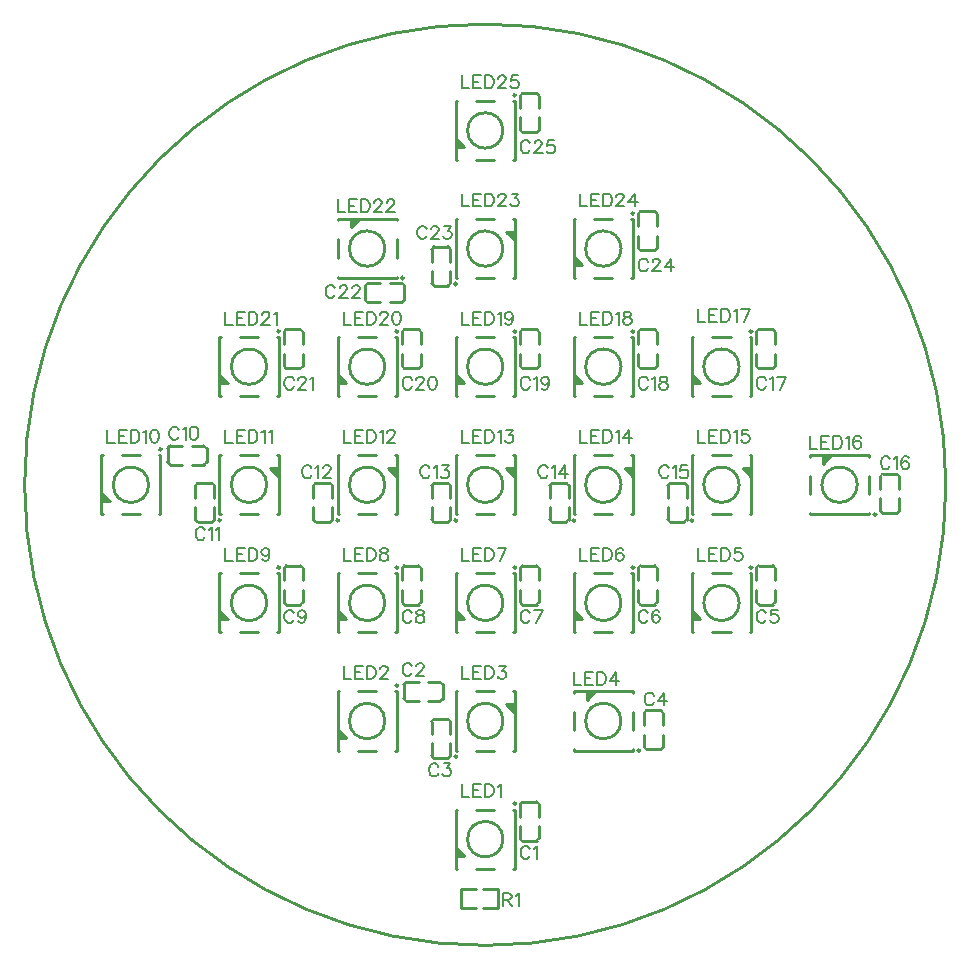
<source format=gto>
G04 Layer: TopSilkLayer*
G04 EasyEDA v6.4.25, 2022-01-30T22:18:30+11:00*
G04 a67cddfb3fce44daa9051d46cbbcc19f,10*
G04 Gerber Generator version 0.2*
G04 Scale: 100 percent, Rotated: No, Reflected: No *
G04 Dimensions in millimeters *
G04 leading zeros omitted , absolute positions ,4 integer and 5 decimal *
%FSLAX45Y45*%
%MOMM*%

%ADD10C,0.2540*%
%ADD19C,0.1524*%

%LPD*%
D19*
X4050029Y1715262D02*
G01*
X4050029Y1606295D01*
X4050029Y1606295D02*
G01*
X4112259Y1606295D01*
X4146550Y1715262D02*
G01*
X4146550Y1606295D01*
X4146550Y1715262D02*
G01*
X4214113Y1715262D01*
X4146550Y1663445D02*
G01*
X4188206Y1663445D01*
X4146550Y1606295D02*
G01*
X4214113Y1606295D01*
X4248404Y1715262D02*
G01*
X4248404Y1606295D01*
X4248404Y1715262D02*
G01*
X4284725Y1715262D01*
X4300474Y1710181D01*
X4310888Y1699768D01*
X4315968Y1689354D01*
X4321302Y1673860D01*
X4321302Y1647697D01*
X4315968Y1632204D01*
X4310888Y1621789D01*
X4300474Y1611376D01*
X4284725Y1606295D01*
X4248404Y1606295D01*
X4355591Y1694434D02*
G01*
X4366006Y1699768D01*
X4381500Y1715262D01*
X4381500Y1606295D01*
X3050031Y2715260D02*
G01*
X3050031Y2606294D01*
X3050031Y2606294D02*
G01*
X3112261Y2606294D01*
X3146552Y2715260D02*
G01*
X3146552Y2606294D01*
X3146552Y2715260D02*
G01*
X3214115Y2715260D01*
X3146552Y2663444D02*
G01*
X3188208Y2663444D01*
X3146552Y2606294D02*
G01*
X3214115Y2606294D01*
X3248406Y2715260D02*
G01*
X3248406Y2606294D01*
X3248406Y2715260D02*
G01*
X3284727Y2715260D01*
X3300475Y2710179D01*
X3310890Y2699765D01*
X3315970Y2689352D01*
X3321304Y2673857D01*
X3321304Y2647695D01*
X3315970Y2632202D01*
X3310890Y2621787D01*
X3300475Y2611373D01*
X3284727Y2606294D01*
X3248406Y2606294D01*
X3360674Y2689352D02*
G01*
X3360674Y2694431D01*
X3366008Y2704845D01*
X3371088Y2710179D01*
X3381502Y2715260D01*
X3402329Y2715260D01*
X3412743Y2710179D01*
X3417824Y2704845D01*
X3423158Y2694431D01*
X3423158Y2684271D01*
X3417824Y2673857D01*
X3407409Y2658110D01*
X3355593Y2606294D01*
X3428238Y2606294D01*
X4050029Y2715260D02*
G01*
X4050029Y2606294D01*
X4050029Y2606294D02*
G01*
X4112259Y2606294D01*
X4146550Y2715260D02*
G01*
X4146550Y2606294D01*
X4146550Y2715260D02*
G01*
X4214113Y2715260D01*
X4146550Y2663444D02*
G01*
X4188206Y2663444D01*
X4146550Y2606294D02*
G01*
X4214113Y2606294D01*
X4248404Y2715260D02*
G01*
X4248404Y2606294D01*
X4248404Y2715260D02*
G01*
X4284725Y2715260D01*
X4300474Y2710179D01*
X4310888Y2699765D01*
X4315968Y2689352D01*
X4321302Y2673857D01*
X4321302Y2647695D01*
X4315968Y2632202D01*
X4310888Y2621787D01*
X4300474Y2611373D01*
X4284725Y2606294D01*
X4248404Y2606294D01*
X4366006Y2715260D02*
G01*
X4423156Y2715260D01*
X4391913Y2673857D01*
X4407408Y2673857D01*
X4417822Y2668523D01*
X4423156Y2663444D01*
X4428236Y2647695D01*
X4428236Y2637281D01*
X4423156Y2621787D01*
X4412741Y2611373D01*
X4396993Y2606294D01*
X4381500Y2606294D01*
X4366006Y2611373D01*
X4360672Y2616707D01*
X4355591Y2627121D01*
X4999990Y2665221D02*
G01*
X4999990Y2556255D01*
X4999990Y2556255D02*
G01*
X5062220Y2556255D01*
X5096509Y2665221D02*
G01*
X5096509Y2556255D01*
X5096509Y2665221D02*
G01*
X5164074Y2665221D01*
X5096509Y2613405D02*
G01*
X5138165Y2613405D01*
X5096509Y2556255D02*
G01*
X5164074Y2556255D01*
X5198363Y2665221D02*
G01*
X5198363Y2556255D01*
X5198363Y2665221D02*
G01*
X5234940Y2665221D01*
X5250434Y2660142D01*
X5260847Y2649728D01*
X5265927Y2639313D01*
X5271261Y2623820D01*
X5271261Y2597912D01*
X5265927Y2582163D01*
X5260847Y2571750D01*
X5250434Y2561336D01*
X5234940Y2556255D01*
X5198363Y2556255D01*
X5357368Y2665221D02*
G01*
X5305552Y2592578D01*
X5383529Y2592578D01*
X5357368Y2665221D02*
G01*
X5357368Y2556255D01*
X6050025Y3715257D02*
G01*
X6050025Y3606292D01*
X6050025Y3606292D02*
G01*
X6112256Y3606292D01*
X6146545Y3715257D02*
G01*
X6146545Y3606292D01*
X6146545Y3715257D02*
G01*
X6214109Y3715257D01*
X6146545Y3663442D02*
G01*
X6188202Y3663442D01*
X6146545Y3606292D02*
G01*
X6214109Y3606292D01*
X6248400Y3715257D02*
G01*
X6248400Y3606292D01*
X6248400Y3715257D02*
G01*
X6284722Y3715257D01*
X6300470Y3710178D01*
X6310884Y3699763D01*
X6315963Y3689350D01*
X6321297Y3673855D01*
X6321297Y3647694D01*
X6315963Y3632200D01*
X6310884Y3621786D01*
X6300470Y3611371D01*
X6284722Y3606292D01*
X6248400Y3606292D01*
X6417818Y3715257D02*
G01*
X6366002Y3715257D01*
X6360668Y3668521D01*
X6366002Y3673855D01*
X6381495Y3678936D01*
X6396990Y3678936D01*
X6412738Y3673855D01*
X6423152Y3663442D01*
X6428231Y3647694D01*
X6428231Y3637279D01*
X6423152Y3621786D01*
X6412738Y3611371D01*
X6396990Y3606292D01*
X6381495Y3606292D01*
X6366002Y3611371D01*
X6360668Y3616705D01*
X6355588Y3627120D01*
X5050027Y3715257D02*
G01*
X5050027Y3606292D01*
X5050027Y3606292D02*
G01*
X5112258Y3606292D01*
X5146547Y3715257D02*
G01*
X5146547Y3606292D01*
X5146547Y3715257D02*
G01*
X5214111Y3715257D01*
X5146547Y3663442D02*
G01*
X5188204Y3663442D01*
X5146547Y3606292D02*
G01*
X5214111Y3606292D01*
X5248402Y3715257D02*
G01*
X5248402Y3606292D01*
X5248402Y3715257D02*
G01*
X5284724Y3715257D01*
X5300472Y3710178D01*
X5310886Y3699763D01*
X5315965Y3689350D01*
X5321300Y3673855D01*
X5321300Y3647694D01*
X5315965Y3632200D01*
X5310886Y3621786D01*
X5300472Y3611371D01*
X5284724Y3606292D01*
X5248402Y3606292D01*
X5417820Y3699763D02*
G01*
X5412740Y3710178D01*
X5396991Y3715257D01*
X5386577Y3715257D01*
X5371084Y3710178D01*
X5360670Y3694429D01*
X5355590Y3668521D01*
X5355590Y3642613D01*
X5360670Y3621786D01*
X5371084Y3611371D01*
X5386577Y3606292D01*
X5391911Y3606292D01*
X5407406Y3611371D01*
X5417820Y3621786D01*
X5423154Y3637279D01*
X5423154Y3642613D01*
X5417820Y3658107D01*
X5407406Y3668521D01*
X5391911Y3673855D01*
X5386577Y3673855D01*
X5371084Y3668521D01*
X5360670Y3658107D01*
X5355590Y3642613D01*
X4050029Y3715257D02*
G01*
X4050029Y3606292D01*
X4050029Y3606292D02*
G01*
X4112259Y3606292D01*
X4146550Y3715257D02*
G01*
X4146550Y3606292D01*
X4146550Y3715257D02*
G01*
X4214113Y3715257D01*
X4146550Y3663442D02*
G01*
X4188206Y3663442D01*
X4146550Y3606292D02*
G01*
X4214113Y3606292D01*
X4248404Y3715257D02*
G01*
X4248404Y3606292D01*
X4248404Y3715257D02*
G01*
X4284725Y3715257D01*
X4300474Y3710178D01*
X4310888Y3699763D01*
X4315968Y3689350D01*
X4321302Y3673855D01*
X4321302Y3647694D01*
X4315968Y3632200D01*
X4310888Y3621786D01*
X4300474Y3611371D01*
X4284725Y3606292D01*
X4248404Y3606292D01*
X4428236Y3715257D02*
G01*
X4376165Y3606292D01*
X4355591Y3715257D02*
G01*
X4428236Y3715257D01*
X3050031Y3715257D02*
G01*
X3050031Y3606292D01*
X3050031Y3606292D02*
G01*
X3112261Y3606292D01*
X3146552Y3715257D02*
G01*
X3146552Y3606292D01*
X3146552Y3715257D02*
G01*
X3214115Y3715257D01*
X3146552Y3663442D02*
G01*
X3188208Y3663442D01*
X3146552Y3606292D02*
G01*
X3214115Y3606292D01*
X3248406Y3715257D02*
G01*
X3248406Y3606292D01*
X3248406Y3715257D02*
G01*
X3284727Y3715257D01*
X3300475Y3710178D01*
X3310890Y3699763D01*
X3315970Y3689350D01*
X3321304Y3673855D01*
X3321304Y3647694D01*
X3315970Y3632200D01*
X3310890Y3621786D01*
X3300475Y3611371D01*
X3284727Y3606292D01*
X3248406Y3606292D01*
X3381502Y3715257D02*
G01*
X3366008Y3710178D01*
X3360674Y3699763D01*
X3360674Y3689350D01*
X3366008Y3678936D01*
X3376168Y3673855D01*
X3396995Y3668521D01*
X3412743Y3663442D01*
X3423158Y3653028D01*
X3428238Y3642613D01*
X3428238Y3627120D01*
X3423158Y3616705D01*
X3417824Y3611371D01*
X3402329Y3606292D01*
X3381502Y3606292D01*
X3366008Y3611371D01*
X3360674Y3616705D01*
X3355593Y3627120D01*
X3355593Y3642613D01*
X3360674Y3653028D01*
X3371088Y3663442D01*
X3386581Y3668521D01*
X3407409Y3673855D01*
X3417824Y3678936D01*
X3423158Y3689350D01*
X3423158Y3699763D01*
X3417824Y3710178D01*
X3402329Y3715257D01*
X3381502Y3715257D01*
X2050034Y3715257D02*
G01*
X2050034Y3606292D01*
X2050034Y3606292D02*
G01*
X2112263Y3606292D01*
X2146554Y3715257D02*
G01*
X2146554Y3606292D01*
X2146554Y3715257D02*
G01*
X2214118Y3715257D01*
X2146554Y3663442D02*
G01*
X2188209Y3663442D01*
X2146554Y3606292D02*
G01*
X2214118Y3606292D01*
X2248408Y3715257D02*
G01*
X2248408Y3606292D01*
X2248408Y3715257D02*
G01*
X2284729Y3715257D01*
X2300477Y3710178D01*
X2310891Y3699763D01*
X2315972Y3689350D01*
X2321306Y3673855D01*
X2321306Y3647694D01*
X2315972Y3632200D01*
X2310891Y3621786D01*
X2300477Y3611371D01*
X2284729Y3606292D01*
X2248408Y3606292D01*
X2423159Y3678936D02*
G01*
X2417825Y3663442D01*
X2407411Y3653028D01*
X2391918Y3647694D01*
X2386584Y3647694D01*
X2371090Y3653028D01*
X2360675Y3663442D01*
X2355595Y3678936D01*
X2355595Y3684270D01*
X2360675Y3699763D01*
X2371090Y3710178D01*
X2386584Y3715257D01*
X2391918Y3715257D01*
X2407411Y3710178D01*
X2417825Y3699763D01*
X2423159Y3678936D01*
X2423159Y3653028D01*
X2417825Y3627120D01*
X2407411Y3611371D01*
X2391918Y3606292D01*
X2381504Y3606292D01*
X2366009Y3611371D01*
X2360675Y3621786D01*
X1050036Y4715255D02*
G01*
X1050036Y4606289D01*
X1050036Y4606289D02*
G01*
X1112265Y4606289D01*
X1146555Y4715255D02*
G01*
X1146555Y4606289D01*
X1146555Y4715255D02*
G01*
X1214120Y4715255D01*
X1146555Y4663439D02*
G01*
X1188212Y4663439D01*
X1146555Y4606289D02*
G01*
X1214120Y4606289D01*
X1248410Y4715255D02*
G01*
X1248410Y4606289D01*
X1248410Y4715255D02*
G01*
X1284731Y4715255D01*
X1300479Y4710176D01*
X1310894Y4699762D01*
X1315973Y4689347D01*
X1321307Y4673854D01*
X1321307Y4647692D01*
X1315973Y4632197D01*
X1310894Y4621784D01*
X1300479Y4611370D01*
X1284731Y4606289D01*
X1248410Y4606289D01*
X1355597Y4694428D02*
G01*
X1366012Y4699762D01*
X1381505Y4715255D01*
X1381505Y4606289D01*
X1447037Y4715255D02*
G01*
X1431289Y4710176D01*
X1420876Y4694428D01*
X1415795Y4668520D01*
X1415795Y4653026D01*
X1420876Y4627118D01*
X1431289Y4611370D01*
X1447037Y4606289D01*
X1457452Y4606289D01*
X1472945Y4611370D01*
X1483360Y4627118D01*
X1488439Y4653026D01*
X1488439Y4668520D01*
X1483360Y4694428D01*
X1472945Y4710176D01*
X1457452Y4715255D01*
X1447037Y4715255D01*
X2050034Y4715255D02*
G01*
X2050034Y4606289D01*
X2050034Y4606289D02*
G01*
X2112263Y4606289D01*
X2146554Y4715255D02*
G01*
X2146554Y4606289D01*
X2146554Y4715255D02*
G01*
X2214118Y4715255D01*
X2146554Y4663439D02*
G01*
X2188209Y4663439D01*
X2146554Y4606289D02*
G01*
X2214118Y4606289D01*
X2248408Y4715255D02*
G01*
X2248408Y4606289D01*
X2248408Y4715255D02*
G01*
X2284729Y4715255D01*
X2300477Y4710176D01*
X2310891Y4699762D01*
X2315972Y4689347D01*
X2321306Y4673854D01*
X2321306Y4647692D01*
X2315972Y4632197D01*
X2310891Y4621784D01*
X2300477Y4611370D01*
X2284729Y4606289D01*
X2248408Y4606289D01*
X2355595Y4694428D02*
G01*
X2366009Y4699762D01*
X2381504Y4715255D01*
X2381504Y4606289D01*
X2415793Y4694428D02*
G01*
X2426208Y4699762D01*
X2441702Y4715255D01*
X2441702Y4606289D01*
X3050031Y4715255D02*
G01*
X3050031Y4606289D01*
X3050031Y4606289D02*
G01*
X3112261Y4606289D01*
X3146552Y4715255D02*
G01*
X3146552Y4606289D01*
X3146552Y4715255D02*
G01*
X3214115Y4715255D01*
X3146552Y4663439D02*
G01*
X3188208Y4663439D01*
X3146552Y4606289D02*
G01*
X3214115Y4606289D01*
X3248406Y4715255D02*
G01*
X3248406Y4606289D01*
X3248406Y4715255D02*
G01*
X3284727Y4715255D01*
X3300475Y4710176D01*
X3310890Y4699762D01*
X3315970Y4689347D01*
X3321304Y4673854D01*
X3321304Y4647692D01*
X3315970Y4632197D01*
X3310890Y4621784D01*
X3300475Y4611370D01*
X3284727Y4606289D01*
X3248406Y4606289D01*
X3355593Y4694428D02*
G01*
X3366008Y4699762D01*
X3381502Y4715255D01*
X3381502Y4606289D01*
X3420872Y4689347D02*
G01*
X3420872Y4694428D01*
X3426206Y4704842D01*
X3431286Y4710176D01*
X3441700Y4715255D01*
X3462527Y4715255D01*
X3472941Y4710176D01*
X3478022Y4704842D01*
X3483356Y4694428D01*
X3483356Y4684268D01*
X3478022Y4673854D01*
X3467608Y4658105D01*
X3415791Y4606289D01*
X3488436Y4606289D01*
X4050029Y4715255D02*
G01*
X4050029Y4606289D01*
X4050029Y4606289D02*
G01*
X4112259Y4606289D01*
X4146550Y4715255D02*
G01*
X4146550Y4606289D01*
X4146550Y4715255D02*
G01*
X4214113Y4715255D01*
X4146550Y4663439D02*
G01*
X4188206Y4663439D01*
X4146550Y4606289D02*
G01*
X4214113Y4606289D01*
X4248404Y4715255D02*
G01*
X4248404Y4606289D01*
X4248404Y4715255D02*
G01*
X4284725Y4715255D01*
X4300474Y4710176D01*
X4310888Y4699762D01*
X4315968Y4689347D01*
X4321302Y4673854D01*
X4321302Y4647692D01*
X4315968Y4632197D01*
X4310888Y4621784D01*
X4300474Y4611370D01*
X4284725Y4606289D01*
X4248404Y4606289D01*
X4355591Y4694428D02*
G01*
X4366006Y4699762D01*
X4381500Y4715255D01*
X4381500Y4606289D01*
X4426204Y4715255D02*
G01*
X4483354Y4715255D01*
X4452111Y4673854D01*
X4467606Y4673854D01*
X4478020Y4668520D01*
X4483354Y4663439D01*
X4488434Y4647692D01*
X4488434Y4637278D01*
X4483354Y4621784D01*
X4472940Y4611370D01*
X4457445Y4606289D01*
X4441697Y4606289D01*
X4426204Y4611370D01*
X4420870Y4616704D01*
X4415790Y4627118D01*
X5050027Y4715255D02*
G01*
X5050027Y4606289D01*
X5050027Y4606289D02*
G01*
X5112258Y4606289D01*
X5146547Y4715255D02*
G01*
X5146547Y4606289D01*
X5146547Y4715255D02*
G01*
X5214111Y4715255D01*
X5146547Y4663439D02*
G01*
X5188204Y4663439D01*
X5146547Y4606289D02*
G01*
X5214111Y4606289D01*
X5248402Y4715255D02*
G01*
X5248402Y4606289D01*
X5248402Y4715255D02*
G01*
X5284724Y4715255D01*
X5300472Y4710176D01*
X5310886Y4699762D01*
X5315965Y4689347D01*
X5321300Y4673854D01*
X5321300Y4647692D01*
X5315965Y4632197D01*
X5310886Y4621784D01*
X5300472Y4611370D01*
X5284724Y4606289D01*
X5248402Y4606289D01*
X5355590Y4694428D02*
G01*
X5366004Y4699762D01*
X5381497Y4715255D01*
X5381497Y4606289D01*
X5467604Y4715255D02*
G01*
X5415788Y4642612D01*
X5493765Y4642612D01*
X5467604Y4715255D02*
G01*
X5467604Y4606289D01*
X6050025Y4715255D02*
G01*
X6050025Y4606289D01*
X6050025Y4606289D02*
G01*
X6112256Y4606289D01*
X6146545Y4715255D02*
G01*
X6146545Y4606289D01*
X6146545Y4715255D02*
G01*
X6214109Y4715255D01*
X6146545Y4663439D02*
G01*
X6188202Y4663439D01*
X6146545Y4606289D02*
G01*
X6214109Y4606289D01*
X6248400Y4715255D02*
G01*
X6248400Y4606289D01*
X6248400Y4715255D02*
G01*
X6284722Y4715255D01*
X6300470Y4710176D01*
X6310884Y4699762D01*
X6315963Y4689347D01*
X6321297Y4673854D01*
X6321297Y4647692D01*
X6315963Y4632197D01*
X6310884Y4621784D01*
X6300470Y4611370D01*
X6284722Y4606289D01*
X6248400Y4606289D01*
X6355588Y4694428D02*
G01*
X6366002Y4699762D01*
X6381495Y4715255D01*
X6381495Y4606289D01*
X6478015Y4715255D02*
G01*
X6426200Y4715255D01*
X6420865Y4668520D01*
X6426200Y4673854D01*
X6441693Y4678934D01*
X6457441Y4678934D01*
X6472936Y4673854D01*
X6483350Y4663439D01*
X6488429Y4647692D01*
X6488429Y4637278D01*
X6483350Y4621784D01*
X6472936Y4611370D01*
X6457441Y4606289D01*
X6441693Y4606289D01*
X6426200Y4611370D01*
X6420865Y4616704D01*
X6415786Y4627118D01*
X6999986Y4665218D02*
G01*
X6999986Y4556252D01*
X6999986Y4556252D02*
G01*
X7062470Y4556252D01*
X7096759Y4665218D02*
G01*
X7096759Y4556252D01*
X7096759Y4665218D02*
G01*
X7164070Y4665218D01*
X7096759Y4613402D02*
G01*
X7138161Y4613402D01*
X7096759Y4556252D02*
G01*
X7164070Y4556252D01*
X7198359Y4665218D02*
G01*
X7198359Y4556252D01*
X7198359Y4665218D02*
G01*
X7234936Y4665218D01*
X7250429Y4660137D01*
X7260843Y4649723D01*
X7265924Y4639310D01*
X7271258Y4623815D01*
X7271258Y4597907D01*
X7265924Y4582160D01*
X7260843Y4571745D01*
X7250429Y4561331D01*
X7234936Y4556252D01*
X7198359Y4556252D01*
X7305547Y4644644D02*
G01*
X7315961Y4649723D01*
X7331456Y4665218D01*
X7331456Y4556252D01*
X7428229Y4649723D02*
G01*
X7422895Y4660137D01*
X7407402Y4665218D01*
X7396988Y4665218D01*
X7381240Y4660137D01*
X7371079Y4644644D01*
X7365745Y4618481D01*
X7365745Y4592573D01*
X7371079Y4571745D01*
X7381240Y4561331D01*
X7396988Y4556252D01*
X7402068Y4556252D01*
X7417815Y4561331D01*
X7428229Y4571745D01*
X7433309Y4587494D01*
X7433309Y4592573D01*
X7428229Y4608068D01*
X7417815Y4618481D01*
X7402068Y4623815D01*
X7396988Y4623815D01*
X7381240Y4618481D01*
X7371079Y4608068D01*
X7365745Y4592573D01*
X6050025Y5740400D02*
G01*
X6050025Y5631179D01*
X6050025Y5631179D02*
G01*
X6112256Y5631179D01*
X6146545Y5740400D02*
G01*
X6146545Y5631179D01*
X6146545Y5740400D02*
G01*
X6214109Y5740400D01*
X6146545Y5688329D02*
G01*
X6188202Y5688329D01*
X6146545Y5631179D02*
G01*
X6214109Y5631179D01*
X6248400Y5740400D02*
G01*
X6248400Y5631179D01*
X6248400Y5740400D02*
G01*
X6284722Y5740400D01*
X6300470Y5735065D01*
X6310884Y5724652D01*
X6315963Y5714492D01*
X6321297Y5698744D01*
X6321297Y5672836D01*
X6315963Y5657342D01*
X6310884Y5646928D01*
X6300470Y5636513D01*
X6284722Y5631179D01*
X6248400Y5631179D01*
X6355588Y5719571D02*
G01*
X6366002Y5724652D01*
X6381495Y5740400D01*
X6381495Y5631179D01*
X6488429Y5740400D02*
G01*
X6436613Y5631179D01*
X6415786Y5740400D02*
G01*
X6488429Y5740400D01*
X5050027Y5715254D02*
G01*
X5050027Y5606287D01*
X5050027Y5606287D02*
G01*
X5112258Y5606287D01*
X5146547Y5715254D02*
G01*
X5146547Y5606287D01*
X5146547Y5715254D02*
G01*
X5214111Y5715254D01*
X5146547Y5663437D02*
G01*
X5188204Y5663437D01*
X5146547Y5606287D02*
G01*
X5214111Y5606287D01*
X5248402Y5715254D02*
G01*
X5248402Y5606287D01*
X5248402Y5715254D02*
G01*
X5284724Y5715254D01*
X5300472Y5710173D01*
X5310886Y5699760D01*
X5315965Y5689345D01*
X5321300Y5673852D01*
X5321300Y5647689D01*
X5315965Y5632195D01*
X5310886Y5621781D01*
X5300472Y5611368D01*
X5284724Y5606287D01*
X5248402Y5606287D01*
X5355590Y5694426D02*
G01*
X5366004Y5699760D01*
X5381497Y5715254D01*
X5381497Y5606287D01*
X5441695Y5715254D02*
G01*
X5426202Y5710173D01*
X5420868Y5699760D01*
X5420868Y5689345D01*
X5426202Y5678931D01*
X5436615Y5673852D01*
X5457443Y5668518D01*
X5472938Y5663437D01*
X5483352Y5653023D01*
X5488431Y5642610D01*
X5488431Y5627115D01*
X5483352Y5616702D01*
X5478018Y5611368D01*
X5462524Y5606287D01*
X5441695Y5606287D01*
X5426202Y5611368D01*
X5420868Y5616702D01*
X5415788Y5627115D01*
X5415788Y5642610D01*
X5420868Y5653023D01*
X5431281Y5663437D01*
X5447029Y5668518D01*
X5467604Y5673852D01*
X5478018Y5678931D01*
X5483352Y5689345D01*
X5483352Y5699760D01*
X5478018Y5710173D01*
X5462524Y5715254D01*
X5441695Y5715254D01*
X4050029Y5715254D02*
G01*
X4050029Y5606287D01*
X4050029Y5606287D02*
G01*
X4112259Y5606287D01*
X4146550Y5715254D02*
G01*
X4146550Y5606287D01*
X4146550Y5715254D02*
G01*
X4214113Y5715254D01*
X4146550Y5663437D02*
G01*
X4188206Y5663437D01*
X4146550Y5606287D02*
G01*
X4214113Y5606287D01*
X4248404Y5715254D02*
G01*
X4248404Y5606287D01*
X4248404Y5715254D02*
G01*
X4284725Y5715254D01*
X4300474Y5710173D01*
X4310888Y5699760D01*
X4315968Y5689345D01*
X4321302Y5673852D01*
X4321302Y5647689D01*
X4315968Y5632195D01*
X4310888Y5621781D01*
X4300474Y5611368D01*
X4284725Y5606287D01*
X4248404Y5606287D01*
X4355591Y5694426D02*
G01*
X4366006Y5699760D01*
X4381500Y5715254D01*
X4381500Y5606287D01*
X4483354Y5678931D02*
G01*
X4478020Y5663437D01*
X4467606Y5653023D01*
X4452111Y5647689D01*
X4447031Y5647689D01*
X4431284Y5653023D01*
X4420870Y5663437D01*
X4415790Y5678931D01*
X4415790Y5684265D01*
X4420870Y5699760D01*
X4431284Y5710173D01*
X4447031Y5715254D01*
X4452111Y5715254D01*
X4467606Y5710173D01*
X4478020Y5699760D01*
X4483354Y5678931D01*
X4483354Y5653023D01*
X4478020Y5627115D01*
X4467606Y5611368D01*
X4452111Y5606287D01*
X4441697Y5606287D01*
X4426204Y5611368D01*
X4420870Y5621781D01*
X3050031Y5715254D02*
G01*
X3050031Y5606287D01*
X3050031Y5606287D02*
G01*
X3112261Y5606287D01*
X3146552Y5715254D02*
G01*
X3146552Y5606287D01*
X3146552Y5715254D02*
G01*
X3214115Y5715254D01*
X3146552Y5663437D02*
G01*
X3188208Y5663437D01*
X3146552Y5606287D02*
G01*
X3214115Y5606287D01*
X3248406Y5715254D02*
G01*
X3248406Y5606287D01*
X3248406Y5715254D02*
G01*
X3284727Y5715254D01*
X3300475Y5710173D01*
X3310890Y5699760D01*
X3315970Y5689345D01*
X3321304Y5673852D01*
X3321304Y5647689D01*
X3315970Y5632195D01*
X3310890Y5621781D01*
X3300475Y5611368D01*
X3284727Y5606287D01*
X3248406Y5606287D01*
X3360674Y5689345D02*
G01*
X3360674Y5694426D01*
X3366008Y5704839D01*
X3371088Y5710173D01*
X3381502Y5715254D01*
X3402329Y5715254D01*
X3412743Y5710173D01*
X3417824Y5704839D01*
X3423158Y5694426D01*
X3423158Y5684265D01*
X3417824Y5673852D01*
X3407409Y5658104D01*
X3355593Y5606287D01*
X3428238Y5606287D01*
X3493770Y5715254D02*
G01*
X3478022Y5710173D01*
X3467608Y5694426D01*
X3462527Y5668518D01*
X3462527Y5653023D01*
X3467608Y5627115D01*
X3478022Y5611368D01*
X3493770Y5606287D01*
X3504184Y5606287D01*
X3519677Y5611368D01*
X3530091Y5627115D01*
X3535172Y5653023D01*
X3535172Y5668518D01*
X3530091Y5694426D01*
X3519677Y5710173D01*
X3504184Y5715254D01*
X3493770Y5715254D01*
X2050034Y5715254D02*
G01*
X2050034Y5606287D01*
X2050034Y5606287D02*
G01*
X2112263Y5606287D01*
X2146554Y5715254D02*
G01*
X2146554Y5606287D01*
X2146554Y5715254D02*
G01*
X2214118Y5715254D01*
X2146554Y5663437D02*
G01*
X2188209Y5663437D01*
X2146554Y5606287D02*
G01*
X2214118Y5606287D01*
X2248408Y5715254D02*
G01*
X2248408Y5606287D01*
X2248408Y5715254D02*
G01*
X2284729Y5715254D01*
X2300477Y5710173D01*
X2310891Y5699760D01*
X2315972Y5689345D01*
X2321306Y5673852D01*
X2321306Y5647689D01*
X2315972Y5632195D01*
X2310891Y5621781D01*
X2300477Y5611368D01*
X2284729Y5606287D01*
X2248408Y5606287D01*
X2360675Y5689345D02*
G01*
X2360675Y5694426D01*
X2366009Y5704839D01*
X2371090Y5710173D01*
X2381504Y5715254D01*
X2402331Y5715254D01*
X2412745Y5710173D01*
X2417825Y5704839D01*
X2423159Y5694426D01*
X2423159Y5684265D01*
X2417825Y5673852D01*
X2407411Y5658104D01*
X2355595Y5606287D01*
X2428240Y5606287D01*
X2462529Y5694426D02*
G01*
X2472943Y5699760D01*
X2488438Y5715254D01*
X2488438Y5606287D01*
X2999993Y6665213D02*
G01*
X2999993Y6556247D01*
X2999993Y6556247D02*
G01*
X3062224Y6556247D01*
X3096513Y6665213D02*
G01*
X3096513Y6556247D01*
X3096513Y6665213D02*
G01*
X3164077Y6665213D01*
X3096513Y6613397D02*
G01*
X3138170Y6613397D01*
X3096513Y6556247D02*
G01*
X3164077Y6556247D01*
X3198368Y6665213D02*
G01*
X3198368Y6556247D01*
X3198368Y6665213D02*
G01*
X3234943Y6665213D01*
X3250438Y6660134D01*
X3260852Y6649720D01*
X3265931Y6639305D01*
X3271265Y6623812D01*
X3271265Y6597904D01*
X3265931Y6582155D01*
X3260852Y6571742D01*
X3250438Y6561328D01*
X3234943Y6556247D01*
X3198368Y6556247D01*
X3310636Y6639305D02*
G01*
X3310636Y6644639D01*
X3315970Y6655054D01*
X3321050Y6660134D01*
X3331463Y6665213D01*
X3352291Y6665213D01*
X3362706Y6660134D01*
X3367786Y6655054D01*
X3373120Y6644639D01*
X3373120Y6634226D01*
X3367786Y6623812D01*
X3357372Y6608063D01*
X3305556Y6556247D01*
X3378200Y6556247D01*
X3417824Y6639305D02*
G01*
X3417824Y6644639D01*
X3422904Y6655054D01*
X3427984Y6660134D01*
X3438397Y6665213D01*
X3459225Y6665213D01*
X3469640Y6660134D01*
X3474974Y6655054D01*
X3480054Y6644639D01*
X3480054Y6634226D01*
X3474974Y6623812D01*
X3464559Y6608063D01*
X3412490Y6556247D01*
X3485134Y6556247D01*
X4050029Y6715252D02*
G01*
X4050029Y6606286D01*
X4050029Y6606286D02*
G01*
X4112259Y6606286D01*
X4146550Y6715252D02*
G01*
X4146550Y6606286D01*
X4146550Y6715252D02*
G01*
X4214113Y6715252D01*
X4146550Y6663436D02*
G01*
X4188206Y6663436D01*
X4146550Y6606286D02*
G01*
X4214113Y6606286D01*
X4248404Y6715252D02*
G01*
X4248404Y6606286D01*
X4248404Y6715252D02*
G01*
X4284725Y6715252D01*
X4300474Y6710171D01*
X4310888Y6699758D01*
X4315968Y6689344D01*
X4321302Y6673850D01*
X4321302Y6647687D01*
X4315968Y6632194D01*
X4310888Y6621779D01*
X4300474Y6611365D01*
X4284725Y6606286D01*
X4248404Y6606286D01*
X4360672Y6689344D02*
G01*
X4360672Y6694423D01*
X4366006Y6704837D01*
X4371086Y6710171D01*
X4381500Y6715252D01*
X4402327Y6715252D01*
X4412741Y6710171D01*
X4417822Y6704837D01*
X4423156Y6694423D01*
X4423156Y6684263D01*
X4417822Y6673850D01*
X4407408Y6658102D01*
X4355591Y6606286D01*
X4428236Y6606286D01*
X4472940Y6715252D02*
G01*
X4530090Y6715252D01*
X4498847Y6673850D01*
X4514595Y6673850D01*
X4524756Y6668515D01*
X4530090Y6663436D01*
X4535170Y6647687D01*
X4535170Y6637273D01*
X4530090Y6621779D01*
X4519675Y6611365D01*
X4504181Y6606286D01*
X4488434Y6606286D01*
X4472940Y6611365D01*
X4467606Y6616700D01*
X4462525Y6627113D01*
X5050027Y6715252D02*
G01*
X5050027Y6606286D01*
X5050027Y6606286D02*
G01*
X5112258Y6606286D01*
X5146547Y6715252D02*
G01*
X5146547Y6606286D01*
X5146547Y6715252D02*
G01*
X5214111Y6715252D01*
X5146547Y6663436D02*
G01*
X5188204Y6663436D01*
X5146547Y6606286D02*
G01*
X5214111Y6606286D01*
X5248402Y6715252D02*
G01*
X5248402Y6606286D01*
X5248402Y6715252D02*
G01*
X5284724Y6715252D01*
X5300472Y6710171D01*
X5310886Y6699758D01*
X5315965Y6689344D01*
X5321300Y6673850D01*
X5321300Y6647687D01*
X5315965Y6632194D01*
X5310886Y6621779D01*
X5300472Y6611365D01*
X5284724Y6606286D01*
X5248402Y6606286D01*
X5360670Y6689344D02*
G01*
X5360670Y6694423D01*
X5366004Y6704837D01*
X5371084Y6710171D01*
X5381497Y6715252D01*
X5402325Y6715252D01*
X5412740Y6710171D01*
X5417820Y6704837D01*
X5423154Y6694423D01*
X5423154Y6684263D01*
X5417820Y6673850D01*
X5407406Y6658102D01*
X5355590Y6606286D01*
X5428234Y6606286D01*
X5514593Y6715252D02*
G01*
X5462524Y6642608D01*
X5540502Y6642608D01*
X5514593Y6715252D02*
G01*
X5514593Y6606286D01*
X4050029Y7715250D02*
G01*
X4050029Y7606284D01*
X4050029Y7606284D02*
G01*
X4112259Y7606284D01*
X4146550Y7715250D02*
G01*
X4146550Y7606284D01*
X4146550Y7715250D02*
G01*
X4214113Y7715250D01*
X4146550Y7663434D02*
G01*
X4188206Y7663434D01*
X4146550Y7606284D02*
G01*
X4214113Y7606284D01*
X4248404Y7715250D02*
G01*
X4248404Y7606284D01*
X4248404Y7715250D02*
G01*
X4284725Y7715250D01*
X4300474Y7710170D01*
X4310888Y7699755D01*
X4315968Y7689342D01*
X4321302Y7673847D01*
X4321302Y7647686D01*
X4315968Y7632192D01*
X4310888Y7621778D01*
X4300474Y7611363D01*
X4284725Y7606284D01*
X4248404Y7606284D01*
X4360672Y7689342D02*
G01*
X4360672Y7694676D01*
X4366006Y7704836D01*
X4371086Y7710170D01*
X4381500Y7715250D01*
X4402327Y7715250D01*
X4412741Y7710170D01*
X4417822Y7704836D01*
X4423156Y7694676D01*
X4423156Y7684262D01*
X4417822Y7673847D01*
X4407408Y7658100D01*
X4355591Y7606284D01*
X4428236Y7606284D01*
X4524756Y7715250D02*
G01*
X4472940Y7715250D01*
X4467606Y7668513D01*
X4472940Y7673847D01*
X4488434Y7678928D01*
X4504181Y7678928D01*
X4519675Y7673847D01*
X4530090Y7663434D01*
X4535170Y7647686D01*
X4535170Y7637526D01*
X4530090Y7621778D01*
X4519675Y7611363D01*
X4504181Y7606284D01*
X4488434Y7606284D01*
X4472940Y7611363D01*
X4467606Y7616697D01*
X4462525Y7627112D01*
X4400001Y790315D02*
G01*
X4400001Y681349D01*
X4400001Y790315D02*
G01*
X4446737Y790315D01*
X4462231Y785235D01*
X4467565Y779901D01*
X4472645Y769487D01*
X4472645Y759073D01*
X4467565Y748659D01*
X4462231Y743579D01*
X4446737Y738499D01*
X4400001Y738499D01*
X4436323Y738499D02*
G01*
X4472645Y681349D01*
X4506935Y769487D02*
G01*
X4517349Y774821D01*
X4533097Y790315D01*
X4533097Y681349D01*
X4627979Y3164408D02*
G01*
X4622645Y3174822D01*
X4612231Y3185236D01*
X4602071Y3190316D01*
X4581243Y3190316D01*
X4570829Y3185236D01*
X4560415Y3174822D01*
X4555081Y3164408D01*
X4550001Y3148660D01*
X4550001Y3122752D01*
X4555081Y3107258D01*
X4560415Y3096844D01*
X4570829Y3086430D01*
X4581243Y3081350D01*
X4602071Y3081350D01*
X4612231Y3086430D01*
X4622645Y3096844D01*
X4627979Y3107258D01*
X4734913Y3190316D02*
G01*
X4683097Y3081350D01*
X4662269Y3190316D02*
G01*
X4734913Y3190316D01*
X1652978Y4714407D02*
G01*
X1647644Y4724821D01*
X1637230Y4735235D01*
X1627070Y4740315D01*
X1606242Y4740315D01*
X1595828Y4735235D01*
X1585414Y4724821D01*
X1580080Y4714407D01*
X1575000Y4698659D01*
X1575000Y4672751D01*
X1580080Y4657257D01*
X1585414Y4646843D01*
X1595828Y4636429D01*
X1606242Y4631349D01*
X1627070Y4631349D01*
X1637230Y4636429D01*
X1647644Y4646843D01*
X1652978Y4657257D01*
X1687268Y4719487D02*
G01*
X1697682Y4724821D01*
X1713176Y4740315D01*
X1713176Y4631349D01*
X1778708Y4740315D02*
G01*
X1762960Y4735235D01*
X1752800Y4719487D01*
X1747466Y4693579D01*
X1747466Y4678085D01*
X1752800Y4651923D01*
X1762960Y4636429D01*
X1778708Y4631349D01*
X1789122Y4631349D01*
X1804616Y4636429D01*
X1815030Y4651923D01*
X1820110Y4678085D01*
X1820110Y4693579D01*
X1815030Y4719487D01*
X1804616Y4735235D01*
X1789122Y4740315D01*
X1778708Y4740315D01*
X3627978Y3164408D02*
G01*
X3622644Y3174822D01*
X3612230Y3185236D01*
X3602070Y3190316D01*
X3581242Y3190316D01*
X3570828Y3185236D01*
X3560414Y3174822D01*
X3555080Y3164408D01*
X3550000Y3148660D01*
X3550000Y3122752D01*
X3555080Y3107258D01*
X3560414Y3096844D01*
X3570828Y3086430D01*
X3581242Y3081350D01*
X3602070Y3081350D01*
X3612230Y3086430D01*
X3622644Y3096844D01*
X3627978Y3107258D01*
X3688176Y3190316D02*
G01*
X3672682Y3185236D01*
X3667348Y3174822D01*
X3667348Y3164408D01*
X3672682Y3153994D01*
X3683096Y3148660D01*
X3703670Y3143580D01*
X3719418Y3138500D01*
X3729832Y3128086D01*
X3734912Y3117672D01*
X3734912Y3101924D01*
X3729832Y3091510D01*
X3724498Y3086430D01*
X3709004Y3081350D01*
X3688176Y3081350D01*
X3672682Y3086430D01*
X3667348Y3091510D01*
X3662268Y3101924D01*
X3662268Y3117672D01*
X3667348Y3128086D01*
X3677762Y3138500D01*
X3693510Y3143580D01*
X3714084Y3148660D01*
X3724498Y3153994D01*
X3729832Y3164408D01*
X3729832Y3174822D01*
X3724498Y3185236D01*
X3709004Y3190316D01*
X3688176Y3190316D01*
X1877976Y3864409D02*
G01*
X1872642Y3874823D01*
X1862228Y3885237D01*
X1852068Y3890317D01*
X1831240Y3890317D01*
X1820826Y3885237D01*
X1810412Y3874823D01*
X1805078Y3864409D01*
X1799998Y3848661D01*
X1799998Y3822753D01*
X1805078Y3807259D01*
X1810412Y3796845D01*
X1820826Y3786431D01*
X1831240Y3781351D01*
X1852068Y3781351D01*
X1862228Y3786431D01*
X1872642Y3796845D01*
X1877976Y3807259D01*
X1912266Y3869489D02*
G01*
X1922680Y3874823D01*
X1938174Y3890317D01*
X1938174Y3781351D01*
X1972464Y3869489D02*
G01*
X1982878Y3874823D01*
X1998372Y3890317D01*
X1998372Y3781351D01*
X2777977Y4389407D02*
G01*
X2772643Y4399821D01*
X2762229Y4410235D01*
X2752069Y4415315D01*
X2731241Y4415315D01*
X2720827Y4410235D01*
X2710413Y4399821D01*
X2705079Y4389407D01*
X2699999Y4373659D01*
X2699999Y4347751D01*
X2705079Y4332257D01*
X2710413Y4321843D01*
X2720827Y4311429D01*
X2731241Y4306349D01*
X2752069Y4306349D01*
X2762229Y4311429D01*
X2772643Y4321843D01*
X2777977Y4332257D01*
X2812267Y4394487D02*
G01*
X2822681Y4399821D01*
X2838175Y4415315D01*
X2838175Y4306349D01*
X2877799Y4389407D02*
G01*
X2877799Y4394487D01*
X2882879Y4404901D01*
X2887959Y4410235D01*
X2898373Y4415315D01*
X2919201Y4415315D01*
X2929615Y4410235D01*
X2934949Y4404901D01*
X2940029Y4394487D01*
X2940029Y4384073D01*
X2934949Y4373659D01*
X2924535Y4358165D01*
X2872465Y4306349D01*
X2945109Y4306349D01*
X2627977Y5139408D02*
G01*
X2622643Y5149822D01*
X2612229Y5160236D01*
X2602069Y5165316D01*
X2581241Y5165316D01*
X2570827Y5160236D01*
X2560413Y5149822D01*
X2555079Y5139408D01*
X2549999Y5123660D01*
X2549999Y5097752D01*
X2555079Y5082258D01*
X2560413Y5071844D01*
X2570827Y5061430D01*
X2581241Y5056350D01*
X2602069Y5056350D01*
X2612229Y5061430D01*
X2622643Y5071844D01*
X2627977Y5082258D01*
X2667347Y5139408D02*
G01*
X2667347Y5144488D01*
X2672681Y5154902D01*
X2677761Y5160236D01*
X2688175Y5165316D01*
X2709003Y5165316D01*
X2719417Y5160236D01*
X2724497Y5154902D01*
X2729831Y5144488D01*
X2729831Y5134074D01*
X2724497Y5123660D01*
X2714083Y5108166D01*
X2662267Y5056350D01*
X2734911Y5056350D01*
X2769201Y5144488D02*
G01*
X2779615Y5149822D01*
X2795109Y5165316D01*
X2795109Y5056350D01*
X3627978Y5139408D02*
G01*
X3622644Y5149822D01*
X3612230Y5160236D01*
X3602070Y5165316D01*
X3581242Y5165316D01*
X3570828Y5160236D01*
X3560414Y5149822D01*
X3555080Y5139408D01*
X3550000Y5123660D01*
X3550000Y5097752D01*
X3555080Y5082258D01*
X3560414Y5071844D01*
X3570828Y5061430D01*
X3581242Y5056350D01*
X3602070Y5056350D01*
X3612230Y5061430D01*
X3622644Y5071844D01*
X3627978Y5082258D01*
X3667348Y5139408D02*
G01*
X3667348Y5144488D01*
X3672682Y5154902D01*
X3677762Y5160236D01*
X3688176Y5165316D01*
X3709004Y5165316D01*
X3719418Y5160236D01*
X3724498Y5154902D01*
X3729832Y5144488D01*
X3729832Y5134074D01*
X3724498Y5123660D01*
X3714084Y5108166D01*
X3662268Y5056350D01*
X3734912Y5056350D01*
X3800444Y5165316D02*
G01*
X3784950Y5160236D01*
X3774536Y5144488D01*
X3769202Y5118580D01*
X3769202Y5103086D01*
X3774536Y5076924D01*
X3784950Y5061430D01*
X3800444Y5056350D01*
X3810858Y5056350D01*
X3826352Y5061430D01*
X3836766Y5076924D01*
X3842100Y5103086D01*
X3842100Y5118580D01*
X3836766Y5144488D01*
X3826352Y5160236D01*
X3810858Y5165316D01*
X3800444Y5165316D01*
X4627979Y5139408D02*
G01*
X4622645Y5149822D01*
X4612231Y5160236D01*
X4602071Y5165316D01*
X4581243Y5165316D01*
X4570829Y5160236D01*
X4560415Y5149822D01*
X4555081Y5139408D01*
X4550001Y5123660D01*
X4550001Y5097752D01*
X4555081Y5082258D01*
X4560415Y5071844D01*
X4570829Y5061430D01*
X4581243Y5056350D01*
X4602071Y5056350D01*
X4612231Y5061430D01*
X4622645Y5071844D01*
X4627979Y5082258D01*
X4662269Y5144488D02*
G01*
X4672683Y5149822D01*
X4688177Y5165316D01*
X4688177Y5056350D01*
X4790031Y5128994D02*
G01*
X4784951Y5113500D01*
X4774537Y5103086D01*
X4758789Y5097752D01*
X4753709Y5097752D01*
X4737961Y5103086D01*
X4727801Y5113500D01*
X4722467Y5128994D01*
X4722467Y5134074D01*
X4727801Y5149822D01*
X4737961Y5160236D01*
X4753709Y5165316D01*
X4758789Y5165316D01*
X4774537Y5160236D01*
X4784951Y5149822D01*
X4790031Y5128994D01*
X4790031Y5103086D01*
X4784951Y5076924D01*
X4774537Y5061430D01*
X4758789Y5056350D01*
X4748375Y5056350D01*
X4732881Y5061430D01*
X4727801Y5071844D01*
X5627977Y5139408D02*
G01*
X5622643Y5149822D01*
X5612229Y5160236D01*
X5602069Y5165316D01*
X5581241Y5165316D01*
X5570827Y5160236D01*
X5560413Y5149822D01*
X5555079Y5139408D01*
X5549999Y5123660D01*
X5549999Y5097752D01*
X5555079Y5082258D01*
X5560413Y5071844D01*
X5570827Y5061430D01*
X5581241Y5056350D01*
X5602069Y5056350D01*
X5612229Y5061430D01*
X5622643Y5071844D01*
X5627977Y5082258D01*
X5662267Y5144488D02*
G01*
X5672681Y5149822D01*
X5688175Y5165316D01*
X5688175Y5056350D01*
X5748373Y5165316D02*
G01*
X5732879Y5160236D01*
X5727799Y5149822D01*
X5727799Y5139408D01*
X5732879Y5128994D01*
X5743293Y5123660D01*
X5764121Y5118580D01*
X5779615Y5113500D01*
X5790029Y5103086D01*
X5795109Y5092672D01*
X5795109Y5076924D01*
X5790029Y5066510D01*
X5784949Y5061430D01*
X5769201Y5056350D01*
X5748373Y5056350D01*
X5732879Y5061430D01*
X5727799Y5066510D01*
X5722465Y5076924D01*
X5722465Y5092672D01*
X5727799Y5103086D01*
X5737959Y5113500D01*
X5753707Y5118580D01*
X5774535Y5123660D01*
X5784949Y5128994D01*
X5790029Y5139408D01*
X5790029Y5149822D01*
X5784949Y5160236D01*
X5769201Y5165316D01*
X5748373Y5165316D01*
X5802977Y4389407D02*
G01*
X5797643Y4399821D01*
X5787229Y4410235D01*
X5777069Y4415315D01*
X5756241Y4415315D01*
X5745827Y4410235D01*
X5735413Y4399821D01*
X5730079Y4389407D01*
X5724999Y4373659D01*
X5724999Y4347751D01*
X5730079Y4332257D01*
X5735413Y4321843D01*
X5745827Y4311429D01*
X5756241Y4306349D01*
X5777069Y4306349D01*
X5787229Y4311429D01*
X5797643Y4321843D01*
X5802977Y4332257D01*
X5837267Y4394487D02*
G01*
X5847681Y4399821D01*
X5863175Y4415315D01*
X5863175Y4306349D01*
X5959949Y4415315D02*
G01*
X5907879Y4415315D01*
X5902799Y4368579D01*
X5907879Y4373659D01*
X5923373Y4378993D01*
X5939121Y4378993D01*
X5954615Y4373659D01*
X5965029Y4363499D01*
X5970109Y4347751D01*
X5970109Y4337337D01*
X5965029Y4321843D01*
X5954615Y4311429D01*
X5939121Y4306349D01*
X5923373Y4306349D01*
X5907879Y4311429D01*
X5902799Y4316509D01*
X5897465Y4326923D01*
X2627977Y3164408D02*
G01*
X2622643Y3174822D01*
X2612229Y3185236D01*
X2602069Y3190316D01*
X2581241Y3190316D01*
X2570827Y3185236D01*
X2560413Y3174822D01*
X2555079Y3164408D01*
X2549999Y3148660D01*
X2549999Y3122752D01*
X2555079Y3107258D01*
X2560413Y3096844D01*
X2570827Y3086430D01*
X2581241Y3081350D01*
X2602069Y3081350D01*
X2612229Y3086430D01*
X2622643Y3096844D01*
X2627977Y3107258D01*
X2729831Y3153994D02*
G01*
X2724497Y3138500D01*
X2714083Y3128086D01*
X2698589Y3122752D01*
X2693509Y3122752D01*
X2677761Y3128086D01*
X2667347Y3138500D01*
X2662267Y3153994D01*
X2662267Y3159074D01*
X2667347Y3174822D01*
X2677761Y3185236D01*
X2693509Y3190316D01*
X2698589Y3190316D01*
X2714083Y3185236D01*
X2724497Y3174822D01*
X2729831Y3153994D01*
X2729831Y3128086D01*
X2724497Y3101924D01*
X2714083Y3086430D01*
X2698589Y3081350D01*
X2688175Y3081350D01*
X2672681Y3086430D01*
X2667347Y3096844D01*
X7677978Y4464408D02*
G01*
X7672644Y4474822D01*
X7662230Y4485236D01*
X7652070Y4490316D01*
X7631242Y4490316D01*
X7620828Y4485236D01*
X7610414Y4474822D01*
X7605080Y4464408D01*
X7600000Y4448660D01*
X7600000Y4422752D01*
X7605080Y4407258D01*
X7610414Y4396844D01*
X7620828Y4386430D01*
X7631242Y4381350D01*
X7652070Y4381350D01*
X7662230Y4386430D01*
X7672644Y4396844D01*
X7677978Y4407258D01*
X7712268Y4469488D02*
G01*
X7722682Y4474822D01*
X7738176Y4490316D01*
X7738176Y4381350D01*
X7834950Y4474822D02*
G01*
X7829616Y4485236D01*
X7814122Y4490316D01*
X7803708Y4490316D01*
X7787960Y4485236D01*
X7777800Y4469488D01*
X7772466Y4443580D01*
X7772466Y4417672D01*
X7777800Y4396844D01*
X7787960Y4386430D01*
X7803708Y4381350D01*
X7808788Y4381350D01*
X7824536Y4386430D01*
X7834950Y4396844D01*
X7840030Y4412338D01*
X7840030Y4417672D01*
X7834950Y4433166D01*
X7824536Y4443580D01*
X7808788Y4448660D01*
X7803708Y4448660D01*
X7787960Y4443580D01*
X7777800Y4433166D01*
X7772466Y4417672D01*
X3777978Y4389407D02*
G01*
X3772644Y4399821D01*
X3762230Y4410235D01*
X3752070Y4415315D01*
X3731242Y4415315D01*
X3720828Y4410235D01*
X3710414Y4399821D01*
X3705080Y4389407D01*
X3700000Y4373659D01*
X3700000Y4347751D01*
X3705080Y4332257D01*
X3710414Y4321843D01*
X3720828Y4311429D01*
X3731242Y4306349D01*
X3752070Y4306349D01*
X3762230Y4311429D01*
X3772644Y4321843D01*
X3777978Y4332257D01*
X3812268Y4394487D02*
G01*
X3822682Y4399821D01*
X3838176Y4415315D01*
X3838176Y4306349D01*
X3882880Y4415315D02*
G01*
X3940030Y4415315D01*
X3908788Y4373659D01*
X3924536Y4373659D01*
X3934950Y4368579D01*
X3940030Y4363499D01*
X3945110Y4347751D01*
X3945110Y4337337D01*
X3940030Y4321843D01*
X3929616Y4311429D01*
X3914122Y4306349D01*
X3898374Y4306349D01*
X3882880Y4311429D01*
X3877800Y4316509D01*
X3872466Y4326923D01*
X4777978Y4389407D02*
G01*
X4772644Y4399821D01*
X4762230Y4410235D01*
X4752070Y4415315D01*
X4731242Y4415315D01*
X4720828Y4410235D01*
X4710414Y4399821D01*
X4705080Y4389407D01*
X4700000Y4373659D01*
X4700000Y4347751D01*
X4705080Y4332257D01*
X4710414Y4321843D01*
X4720828Y4311429D01*
X4731242Y4306349D01*
X4752070Y4306349D01*
X4762230Y4311429D01*
X4772644Y4321843D01*
X4777978Y4332257D01*
X4812268Y4394487D02*
G01*
X4822682Y4399821D01*
X4838176Y4415315D01*
X4838176Y4306349D01*
X4924536Y4415315D02*
G01*
X4872466Y4342671D01*
X4950444Y4342671D01*
X4924536Y4415315D02*
G01*
X4924536Y4306349D01*
X3627978Y2714409D02*
G01*
X3622644Y2724823D01*
X3612230Y2735237D01*
X3602070Y2740317D01*
X3581242Y2740317D01*
X3570828Y2735237D01*
X3560414Y2724823D01*
X3555080Y2714409D01*
X3550000Y2698661D01*
X3550000Y2672753D01*
X3555080Y2657259D01*
X3560414Y2646845D01*
X3570828Y2636431D01*
X3581242Y2631351D01*
X3602070Y2631351D01*
X3612230Y2636431D01*
X3622644Y2646845D01*
X3627978Y2657259D01*
X3667348Y2714409D02*
G01*
X3667348Y2719489D01*
X3672682Y2729903D01*
X3677762Y2735237D01*
X3688176Y2740317D01*
X3709004Y2740317D01*
X3719418Y2735237D01*
X3724498Y2729903D01*
X3729832Y2719489D01*
X3729832Y2709075D01*
X3724498Y2698661D01*
X3714084Y2683167D01*
X3662268Y2631351D01*
X3734912Y2631351D01*
X3852979Y1864408D02*
G01*
X3847645Y1874822D01*
X3837231Y1885236D01*
X3827071Y1890316D01*
X3806243Y1890316D01*
X3795829Y1885236D01*
X3785415Y1874822D01*
X3780081Y1864408D01*
X3775001Y1848660D01*
X3775001Y1822752D01*
X3780081Y1807258D01*
X3785415Y1796844D01*
X3795829Y1786430D01*
X3806243Y1781350D01*
X3827071Y1781350D01*
X3837231Y1786430D01*
X3847645Y1796844D01*
X3852979Y1807258D01*
X3897683Y1890316D02*
G01*
X3954833Y1890316D01*
X3923591Y1848660D01*
X3939085Y1848660D01*
X3949499Y1843580D01*
X3954833Y1838500D01*
X3959913Y1822752D01*
X3959913Y1812338D01*
X3954833Y1796844D01*
X3944419Y1786430D01*
X3928671Y1781350D01*
X3913177Y1781350D01*
X3897683Y1786430D01*
X3892349Y1791510D01*
X3887269Y1801924D01*
X4627979Y1164407D02*
G01*
X4622645Y1174821D01*
X4612231Y1185235D01*
X4602071Y1190315D01*
X4581243Y1190315D01*
X4570829Y1185235D01*
X4560415Y1174821D01*
X4555081Y1164407D01*
X4550001Y1148659D01*
X4550001Y1122751D01*
X4555081Y1107257D01*
X4560415Y1096843D01*
X4570829Y1086429D01*
X4581243Y1081349D01*
X4602071Y1081349D01*
X4612231Y1086429D01*
X4622645Y1096843D01*
X4627979Y1107257D01*
X4662269Y1169487D02*
G01*
X4672683Y1174821D01*
X4688177Y1190315D01*
X4688177Y1081349D01*
X5677976Y2464407D02*
G01*
X5672642Y2474821D01*
X5662228Y2485235D01*
X5652068Y2490315D01*
X5631240Y2490315D01*
X5620826Y2485235D01*
X5610412Y2474821D01*
X5605078Y2464407D01*
X5599998Y2448659D01*
X5599998Y2422751D01*
X5605078Y2407257D01*
X5610412Y2396843D01*
X5620826Y2386429D01*
X5631240Y2381349D01*
X5652068Y2381349D01*
X5662228Y2386429D01*
X5672642Y2396843D01*
X5677976Y2407257D01*
X5764082Y2490315D02*
G01*
X5712266Y2417671D01*
X5790244Y2417671D01*
X5764082Y2490315D02*
G01*
X5764082Y2381349D01*
X6627977Y3164408D02*
G01*
X6622643Y3174822D01*
X6612229Y3185236D01*
X6602069Y3190316D01*
X6581241Y3190316D01*
X6570827Y3185236D01*
X6560413Y3174822D01*
X6555079Y3164408D01*
X6549999Y3148660D01*
X6549999Y3122752D01*
X6555079Y3107258D01*
X6560413Y3096844D01*
X6570827Y3086430D01*
X6581241Y3081350D01*
X6602069Y3081350D01*
X6612229Y3086430D01*
X6622643Y3096844D01*
X6627977Y3107258D01*
X6724497Y3190316D02*
G01*
X6672681Y3190316D01*
X6667347Y3143580D01*
X6672681Y3148660D01*
X6688175Y3153994D01*
X6703669Y3153994D01*
X6719417Y3148660D01*
X6729831Y3138500D01*
X6734911Y3122752D01*
X6734911Y3112338D01*
X6729831Y3096844D01*
X6719417Y3086430D01*
X6703669Y3081350D01*
X6688175Y3081350D01*
X6672681Y3086430D01*
X6667347Y3091510D01*
X6662267Y3101924D01*
X5627977Y3164408D02*
G01*
X5622643Y3174822D01*
X5612229Y3185236D01*
X5602069Y3190316D01*
X5581241Y3190316D01*
X5570827Y3185236D01*
X5560413Y3174822D01*
X5555079Y3164408D01*
X5549999Y3148660D01*
X5549999Y3122752D01*
X5555079Y3107258D01*
X5560413Y3096844D01*
X5570827Y3086430D01*
X5581241Y3081350D01*
X5602069Y3081350D01*
X5612229Y3086430D01*
X5622643Y3096844D01*
X5627977Y3107258D01*
X5724497Y3174822D02*
G01*
X5719417Y3185236D01*
X5703669Y3190316D01*
X5693509Y3190316D01*
X5677761Y3185236D01*
X5667347Y3169488D01*
X5662267Y3143580D01*
X5662267Y3117672D01*
X5667347Y3096844D01*
X5677761Y3086430D01*
X5693509Y3081350D01*
X5698589Y3081350D01*
X5714083Y3086430D01*
X5724497Y3096844D01*
X5729831Y3112338D01*
X5729831Y3117672D01*
X5724497Y3133166D01*
X5714083Y3143580D01*
X5698589Y3148660D01*
X5693509Y3148660D01*
X5677761Y3143580D01*
X5667347Y3133166D01*
X5662267Y3117672D01*
X6627977Y5139408D02*
G01*
X6622643Y5149822D01*
X6612229Y5160236D01*
X6602069Y5165316D01*
X6581241Y5165316D01*
X6570827Y5160236D01*
X6560413Y5149822D01*
X6555079Y5139408D01*
X6549999Y5123660D01*
X6549999Y5097752D01*
X6555079Y5082258D01*
X6560413Y5071844D01*
X6570827Y5061430D01*
X6581241Y5056350D01*
X6602069Y5056350D01*
X6612229Y5061430D01*
X6622643Y5071844D01*
X6627977Y5082258D01*
X6662267Y5144488D02*
G01*
X6672681Y5149822D01*
X6688175Y5165316D01*
X6688175Y5056350D01*
X6795109Y5165316D02*
G01*
X6743293Y5056350D01*
X6722465Y5165316D02*
G01*
X6795109Y5165316D01*
X2977977Y5914407D02*
G01*
X2972643Y5924821D01*
X2962229Y5935235D01*
X2952069Y5940315D01*
X2931241Y5940315D01*
X2920827Y5935235D01*
X2910413Y5924821D01*
X2905079Y5914407D01*
X2899999Y5898659D01*
X2899999Y5872751D01*
X2905079Y5857257D01*
X2910413Y5846843D01*
X2920827Y5836429D01*
X2931241Y5831349D01*
X2952069Y5831349D01*
X2962229Y5836429D01*
X2972643Y5846843D01*
X2977977Y5857257D01*
X3017347Y5914407D02*
G01*
X3017347Y5919487D01*
X3022681Y5929901D01*
X3027761Y5935235D01*
X3038175Y5940315D01*
X3059003Y5940315D01*
X3069417Y5935235D01*
X3074497Y5929901D01*
X3079831Y5919487D01*
X3079831Y5909073D01*
X3074497Y5898659D01*
X3064083Y5883165D01*
X3012267Y5831349D01*
X3084911Y5831349D01*
X3124535Y5914407D02*
G01*
X3124535Y5919487D01*
X3129615Y5929901D01*
X3134949Y5935235D01*
X3145109Y5940315D01*
X3165937Y5940315D01*
X3176351Y5935235D01*
X3181685Y5929901D01*
X3186765Y5919487D01*
X3186765Y5909073D01*
X3181685Y5898659D01*
X3171271Y5883165D01*
X3119201Y5831349D01*
X3192099Y5831349D01*
X3752977Y6414409D02*
G01*
X3747643Y6424823D01*
X3737229Y6435237D01*
X3727068Y6440317D01*
X3706240Y6440317D01*
X3695827Y6435237D01*
X3685413Y6424823D01*
X3680079Y6414409D01*
X3674999Y6398661D01*
X3674999Y6372753D01*
X3680079Y6357259D01*
X3685413Y6346845D01*
X3695827Y6336431D01*
X3706240Y6331351D01*
X3727068Y6331351D01*
X3737229Y6336431D01*
X3747643Y6346845D01*
X3752977Y6357259D01*
X3792347Y6414409D02*
G01*
X3792347Y6419489D01*
X3797681Y6429903D01*
X3802761Y6435237D01*
X3813175Y6440317D01*
X3834002Y6440317D01*
X3844416Y6435237D01*
X3849497Y6429903D01*
X3854831Y6419489D01*
X3854831Y6409075D01*
X3849497Y6398661D01*
X3839083Y6383167D01*
X3787266Y6331351D01*
X3859911Y6331351D01*
X3904615Y6440317D02*
G01*
X3961765Y6440317D01*
X3930522Y6398661D01*
X3946270Y6398661D01*
X3956684Y6393581D01*
X3961765Y6388501D01*
X3967099Y6372753D01*
X3967099Y6362339D01*
X3961765Y6346845D01*
X3951350Y6336431D01*
X3935856Y6331351D01*
X3920109Y6331351D01*
X3904615Y6336431D01*
X3899534Y6341511D01*
X3894200Y6351925D01*
X5627977Y6139408D02*
G01*
X5622643Y6149822D01*
X5612229Y6160236D01*
X5602069Y6165316D01*
X5581241Y6165316D01*
X5570827Y6160236D01*
X5560413Y6149822D01*
X5555079Y6139408D01*
X5549999Y6123660D01*
X5549999Y6097752D01*
X5555079Y6082258D01*
X5560413Y6071844D01*
X5570827Y6061430D01*
X5581241Y6056350D01*
X5602069Y6056350D01*
X5612229Y6061430D01*
X5622643Y6071844D01*
X5627977Y6082258D01*
X5667347Y6139408D02*
G01*
X5667347Y6144488D01*
X5672681Y6154902D01*
X5677761Y6160236D01*
X5688175Y6165316D01*
X5709003Y6165316D01*
X5719417Y6160236D01*
X5724497Y6154902D01*
X5729831Y6144488D01*
X5729831Y6134074D01*
X5724497Y6123660D01*
X5714083Y6108166D01*
X5662267Y6056350D01*
X5734911Y6056350D01*
X5821271Y6165316D02*
G01*
X5769201Y6092672D01*
X5847179Y6092672D01*
X5821271Y6165316D02*
G01*
X5821271Y6056350D01*
X4627979Y7139409D02*
G01*
X4622645Y7149823D01*
X4612231Y7160237D01*
X4602071Y7165317D01*
X4581243Y7165317D01*
X4570829Y7160237D01*
X4560415Y7149823D01*
X4555081Y7139409D01*
X4550001Y7123661D01*
X4550001Y7097753D01*
X4555081Y7082259D01*
X4560415Y7071845D01*
X4570829Y7061431D01*
X4581243Y7056351D01*
X4602071Y7056351D01*
X4612231Y7061431D01*
X4622645Y7071845D01*
X4627979Y7082259D01*
X4667349Y7139409D02*
G01*
X4667349Y7144489D01*
X4672683Y7154903D01*
X4677763Y7160237D01*
X4688177Y7165317D01*
X4709005Y7165317D01*
X4719419Y7160237D01*
X4724499Y7154903D01*
X4729833Y7144489D01*
X4729833Y7134075D01*
X4724499Y7123661D01*
X4714085Y7108167D01*
X4662269Y7056351D01*
X4734913Y7056351D01*
X4831687Y7165317D02*
G01*
X4779617Y7165317D01*
X4774537Y7118581D01*
X4779617Y7123661D01*
X4795111Y7128995D01*
X4810859Y7128995D01*
X4826353Y7123661D01*
X4836767Y7113501D01*
X4842101Y7097753D01*
X4842101Y7087339D01*
X4836767Y7071845D01*
X4826353Y7061431D01*
X4810859Y7056351D01*
X4795111Y7056351D01*
X4779617Y7061431D01*
X4774537Y7066511D01*
X4769203Y7076925D01*
G36*
X3999890Y1179931D02*
G01*
X3999890Y1119886D01*
X4009898Y1109929D01*
X4069892Y1109929D01*
G37*
G36*
X2999892Y2179929D02*
G01*
X2999892Y2119884D01*
X3009900Y2109927D01*
X3069894Y2109927D01*
G37*
G36*
X4429912Y2389886D02*
G01*
X4499914Y2319883D01*
X4499914Y2379929D01*
X4489907Y2389886D01*
G37*
G36*
X5119878Y2499918D02*
G01*
X5109870Y2489911D01*
X5109870Y2429916D01*
X5179872Y2499918D01*
G37*
G36*
X5999886Y3179927D02*
G01*
X5999886Y3119882D01*
X6009894Y3109925D01*
X6069888Y3109925D01*
G37*
G36*
X4999888Y3179927D02*
G01*
X4999888Y3119882D01*
X5009896Y3109925D01*
X5069890Y3109925D01*
G37*
G36*
X3999890Y3179927D02*
G01*
X3999890Y3119882D01*
X4009898Y3109925D01*
X4069892Y3109925D01*
G37*
G36*
X2999892Y3179927D02*
G01*
X2999892Y3119882D01*
X3009900Y3109925D01*
X3069894Y3109925D01*
G37*
G36*
X1999894Y3179927D02*
G01*
X1999894Y3119882D01*
X2009902Y3109925D01*
X2069896Y3109925D01*
G37*
G36*
X999896Y4179925D02*
G01*
X999896Y4119879D01*
X1009903Y4109923D01*
X1069898Y4109923D01*
G37*
G36*
X2429916Y4389882D02*
G01*
X2499918Y4319879D01*
X2499918Y4379925D01*
X2489911Y4389882D01*
G37*
G36*
X3429914Y4389882D02*
G01*
X3499916Y4319879D01*
X3499916Y4379925D01*
X3489909Y4389882D01*
G37*
G36*
X4429912Y4389882D02*
G01*
X4499914Y4319879D01*
X4499914Y4379925D01*
X4489907Y4389882D01*
G37*
G36*
X5429910Y4389882D02*
G01*
X5499912Y4319879D01*
X5499912Y4379925D01*
X5489905Y4389882D01*
G37*
G36*
X6429908Y4389882D02*
G01*
X6499910Y4319879D01*
X6499910Y4379925D01*
X6489903Y4389882D01*
G37*
G36*
X7119874Y4499914D02*
G01*
X7109866Y4489907D01*
X7109866Y4429912D01*
X7179868Y4499914D01*
G37*
G36*
X5999886Y5179923D02*
G01*
X5999886Y5119878D01*
X6009894Y5109921D01*
X6069888Y5109921D01*
G37*
G36*
X4999888Y5179923D02*
G01*
X4999888Y5119878D01*
X5009896Y5109921D01*
X5069890Y5109921D01*
G37*
G36*
X3999890Y5179923D02*
G01*
X3999890Y5119878D01*
X4009898Y5109921D01*
X4069892Y5109921D01*
G37*
G36*
X2999892Y5179923D02*
G01*
X2999892Y5119878D01*
X3009900Y5109921D01*
X3069894Y5109921D01*
G37*
G36*
X1999894Y5179923D02*
G01*
X1999894Y5119878D01*
X2009902Y5109921D01*
X2069896Y5109921D01*
G37*
G36*
X3119882Y6499910D02*
G01*
X3109874Y6489903D01*
X3109874Y6429908D01*
X3179876Y6499910D01*
G37*
G36*
X4429912Y6389878D02*
G01*
X4499914Y6319875D01*
X4499914Y6379921D01*
X4489907Y6389878D01*
G37*
G36*
X4999888Y6179921D02*
G01*
X4999888Y6119876D01*
X5009896Y6109919D01*
X5069890Y6109919D01*
G37*
G36*
X3999890Y7179919D02*
G01*
X3999890Y7119874D01*
X4009898Y7109917D01*
X4069892Y7109917D01*
G37*
D10*
X4069890Y1109908D02*
G01*
X3999887Y1109908D01*
X3999887Y1109908D01*
X3999887Y1179911D01*
X4069915Y1109908D01*
X4499894Y1499913D02*
G01*
X4499894Y999914D01*
X4172932Y1499913D02*
G01*
X4326856Y1499913D01*
X4487920Y1499913D02*
G01*
X4499894Y1499913D01*
X3999895Y1499913D02*
G01*
X4011869Y1499913D01*
X3999895Y999914D02*
G01*
X3999895Y1499913D01*
X4011869Y999914D02*
G01*
X3999895Y999914D01*
X4499894Y999914D02*
G01*
X4487920Y999914D01*
X4326856Y999914D02*
G01*
X4172932Y999914D01*
X3069892Y2109906D02*
G01*
X2999889Y2109906D01*
X2999889Y2109906D01*
X2999889Y2179909D01*
X3069917Y2109906D01*
X3499896Y2499911D02*
G01*
X3499896Y1999912D01*
X3172934Y2499911D02*
G01*
X3326858Y2499911D01*
X3487922Y2499911D02*
G01*
X3499896Y2499911D01*
X2999897Y2499911D02*
G01*
X3011871Y2499911D01*
X2999897Y1999912D02*
G01*
X2999897Y2499911D01*
X3011871Y1999912D02*
G01*
X2999897Y1999912D01*
X3499896Y1999912D02*
G01*
X3487922Y1999912D01*
X3326858Y1999912D02*
G01*
X3172934Y1999912D01*
X4429889Y2389906D02*
G01*
X4499891Y2389906D01*
X4499891Y2389906D01*
X4499891Y2319903D01*
X4429864Y2389906D01*
X3999885Y1999902D02*
G01*
X3999885Y2499901D01*
X4326846Y1999902D02*
G01*
X4172922Y1999902D01*
X4011858Y1999902D02*
G01*
X3999885Y1999902D01*
X4499884Y1999902D02*
G01*
X4487910Y1999902D01*
X4499884Y2499901D02*
G01*
X4499884Y1999902D01*
X4487910Y2499901D02*
G01*
X4499884Y2499901D01*
X3999885Y2499901D02*
G01*
X4011858Y2499901D01*
X4172922Y2499901D02*
G01*
X4326846Y2499901D01*
X5109888Y2429906D02*
G01*
X5109888Y2499908D01*
X5109888Y2499908D01*
X5179890Y2499908D01*
X5109888Y2429880D01*
X5499892Y1999902D02*
G01*
X4999893Y1999902D01*
X5499892Y2326863D02*
G01*
X5499892Y2172939D01*
X5499892Y2011875D02*
G01*
X5499892Y1999902D01*
X5499892Y2499901D02*
G01*
X5499892Y2487927D01*
X4999893Y2499901D02*
G01*
X5499892Y2499901D01*
X4999893Y2487927D02*
G01*
X4999893Y2499901D01*
X4999893Y1999902D02*
G01*
X4999893Y2011875D01*
X4999893Y2172939D02*
G01*
X4999893Y2326863D01*
X6069886Y3109904D02*
G01*
X5999883Y3109904D01*
X5999883Y3109904D01*
X5999883Y3179907D01*
X6069911Y3109904D01*
X6499890Y3499909D02*
G01*
X6499890Y2999910D01*
X6172928Y3499909D02*
G01*
X6326852Y3499909D01*
X6487916Y3499909D02*
G01*
X6499890Y3499909D01*
X5999891Y3499909D02*
G01*
X6011865Y3499909D01*
X5999891Y2999910D02*
G01*
X5999891Y3499909D01*
X6011865Y2999910D02*
G01*
X5999891Y2999910D01*
X6499890Y2999910D02*
G01*
X6487916Y2999910D01*
X6326852Y2999910D02*
G01*
X6172928Y2999910D01*
X5069888Y3109904D02*
G01*
X4999885Y3109904D01*
X4999885Y3109904D01*
X4999885Y3179907D01*
X5069913Y3109904D01*
X5499892Y3499909D02*
G01*
X5499892Y2999910D01*
X5172930Y3499909D02*
G01*
X5326854Y3499909D01*
X5487918Y3499909D02*
G01*
X5499892Y3499909D01*
X4999893Y3499909D02*
G01*
X5011867Y3499909D01*
X4999893Y2999910D02*
G01*
X4999893Y3499909D01*
X5011867Y2999910D02*
G01*
X4999893Y2999910D01*
X5499892Y2999910D02*
G01*
X5487918Y2999910D01*
X5326854Y2999910D02*
G01*
X5172930Y2999910D01*
X4069890Y3109904D02*
G01*
X3999887Y3109904D01*
X3999887Y3109904D01*
X3999887Y3179907D01*
X4069915Y3109904D01*
X4499894Y3499909D02*
G01*
X4499894Y2999910D01*
X4172932Y3499909D02*
G01*
X4326856Y3499909D01*
X4487920Y3499909D02*
G01*
X4499894Y3499909D01*
X3999895Y3499909D02*
G01*
X4011869Y3499909D01*
X3999895Y2999910D02*
G01*
X3999895Y3499909D01*
X4011869Y2999910D02*
G01*
X3999895Y2999910D01*
X4499894Y2999910D02*
G01*
X4487920Y2999910D01*
X4326856Y2999910D02*
G01*
X4172932Y2999910D01*
X3069892Y3109904D02*
G01*
X2999889Y3109904D01*
X2999889Y3109904D01*
X2999889Y3179907D01*
X3069917Y3109904D01*
X3499896Y3499909D02*
G01*
X3499896Y2999910D01*
X3172934Y3499909D02*
G01*
X3326858Y3499909D01*
X3487922Y3499909D02*
G01*
X3499896Y3499909D01*
X2999897Y3499909D02*
G01*
X3011871Y3499909D01*
X2999897Y2999910D02*
G01*
X2999897Y3499909D01*
X3011871Y2999910D02*
G01*
X2999897Y2999910D01*
X3499896Y2999910D02*
G01*
X3487922Y2999910D01*
X3326858Y2999910D02*
G01*
X3172934Y2999910D01*
X2069894Y3109904D02*
G01*
X1999891Y3109904D01*
X1999891Y3109904D01*
X1999891Y3179907D01*
X2069919Y3109904D01*
X2499898Y3499909D02*
G01*
X2499898Y2999910D01*
X2172936Y3499909D02*
G01*
X2326860Y3499909D01*
X2487924Y3499909D02*
G01*
X2499898Y3499909D01*
X1999899Y3499909D02*
G01*
X2011873Y3499909D01*
X1999899Y2999910D02*
G01*
X1999899Y3499909D01*
X2011873Y2999910D02*
G01*
X1999899Y2999910D01*
X2499898Y2999910D02*
G01*
X2487924Y2999910D01*
X2326860Y2999910D02*
G01*
X2172936Y2999910D01*
X1069896Y4109902D02*
G01*
X999893Y4109902D01*
X999893Y4109902D01*
X999893Y4179905D01*
X1069921Y4109902D01*
X1499900Y4499907D02*
G01*
X1499900Y3999908D01*
X1172938Y4499907D02*
G01*
X1326862Y4499907D01*
X1487926Y4499907D02*
G01*
X1499900Y4499907D01*
X999901Y4499907D02*
G01*
X1011875Y4499907D01*
X999901Y3999908D02*
G01*
X999901Y4499907D01*
X1011875Y3999908D02*
G01*
X999901Y3999908D01*
X1499900Y3999908D02*
G01*
X1487926Y3999908D01*
X1326862Y3999908D02*
G01*
X1172938Y3999908D01*
X2429893Y4389902D02*
G01*
X2499895Y4389902D01*
X2499895Y4389902D01*
X2499895Y4319899D01*
X2429868Y4389902D01*
X1999889Y3999898D02*
G01*
X1999889Y4499897D01*
X2326850Y3999898D02*
G01*
X2172926Y3999898D01*
X2011862Y3999898D02*
G01*
X1999889Y3999898D01*
X2499888Y3999898D02*
G01*
X2487914Y3999898D01*
X2499888Y4499897D02*
G01*
X2499888Y3999898D01*
X2487914Y4499897D02*
G01*
X2499888Y4499897D01*
X1999889Y4499897D02*
G01*
X2011862Y4499897D01*
X2172926Y4499897D02*
G01*
X2326850Y4499897D01*
X3429891Y4389902D02*
G01*
X3499893Y4389902D01*
X3499893Y4389902D01*
X3499893Y4319899D01*
X3429866Y4389902D01*
X2999887Y3999898D02*
G01*
X2999887Y4499897D01*
X3326848Y3999898D02*
G01*
X3172924Y3999898D01*
X3011860Y3999898D02*
G01*
X2999887Y3999898D01*
X3499886Y3999898D02*
G01*
X3487912Y3999898D01*
X3499886Y4499897D02*
G01*
X3499886Y3999898D01*
X3487912Y4499897D02*
G01*
X3499886Y4499897D01*
X2999887Y4499897D02*
G01*
X3011860Y4499897D01*
X3172924Y4499897D02*
G01*
X3326848Y4499897D01*
X4429889Y4389902D02*
G01*
X4499891Y4389902D01*
X4499891Y4389902D01*
X4499891Y4319899D01*
X4429864Y4389902D01*
X3999885Y3999898D02*
G01*
X3999885Y4499897D01*
X4326846Y3999898D02*
G01*
X4172922Y3999898D01*
X4011858Y3999898D02*
G01*
X3999885Y3999898D01*
X4499884Y3999898D02*
G01*
X4487910Y3999898D01*
X4499884Y4499897D02*
G01*
X4499884Y3999898D01*
X4487910Y4499897D02*
G01*
X4499884Y4499897D01*
X3999885Y4499897D02*
G01*
X4011858Y4499897D01*
X4172922Y4499897D02*
G01*
X4326846Y4499897D01*
X5429887Y4389902D02*
G01*
X5499889Y4389902D01*
X5499889Y4389902D01*
X5499889Y4319899D01*
X5429862Y4389902D01*
X4999883Y3999898D02*
G01*
X4999883Y4499897D01*
X5326844Y3999898D02*
G01*
X5172920Y3999898D01*
X5011856Y3999898D02*
G01*
X4999883Y3999898D01*
X5499882Y3999898D02*
G01*
X5487908Y3999898D01*
X5499882Y4499897D02*
G01*
X5499882Y3999898D01*
X5487908Y4499897D02*
G01*
X5499882Y4499897D01*
X4999883Y4499897D02*
G01*
X5011856Y4499897D01*
X5172920Y4499897D02*
G01*
X5326844Y4499897D01*
X6429885Y4389902D02*
G01*
X6499887Y4389902D01*
X6499887Y4389902D01*
X6499887Y4319899D01*
X6429860Y4389902D01*
X5999881Y3999898D02*
G01*
X5999881Y4499897D01*
X6326842Y3999898D02*
G01*
X6172918Y3999898D01*
X6011854Y3999898D02*
G01*
X5999881Y3999898D01*
X6499880Y3999898D02*
G01*
X6487906Y3999898D01*
X6499880Y4499897D02*
G01*
X6499880Y3999898D01*
X6487906Y4499897D02*
G01*
X6499880Y4499897D01*
X5999881Y4499897D02*
G01*
X6011854Y4499897D01*
X6172918Y4499897D02*
G01*
X6326842Y4499897D01*
X7109884Y4429902D02*
G01*
X7109884Y4499904D01*
X7109884Y4499904D01*
X7179886Y4499904D01*
X7109884Y4429876D01*
X7499888Y3999898D02*
G01*
X6999889Y3999898D01*
X7499888Y4326859D02*
G01*
X7499888Y4172935D01*
X7499888Y4011871D02*
G01*
X7499888Y3999898D01*
X7499888Y4499897D02*
G01*
X7499888Y4487923D01*
X6999889Y4499897D02*
G01*
X7499888Y4499897D01*
X6999889Y4487923D02*
G01*
X6999889Y4499897D01*
X6999889Y3999898D02*
G01*
X6999889Y4011871D01*
X6999889Y4172935D02*
G01*
X6999889Y4326859D01*
X6069886Y5109900D02*
G01*
X5999883Y5109900D01*
X5999883Y5109900D01*
X5999883Y5179903D01*
X6069911Y5109900D01*
X6499890Y5499905D02*
G01*
X6499890Y4999906D01*
X6172928Y5499905D02*
G01*
X6326852Y5499905D01*
X6487916Y5499905D02*
G01*
X6499890Y5499905D01*
X5999891Y5499905D02*
G01*
X6011865Y5499905D01*
X5999891Y4999906D02*
G01*
X5999891Y5499905D01*
X6011865Y4999906D02*
G01*
X5999891Y4999906D01*
X6499890Y4999906D02*
G01*
X6487916Y4999906D01*
X6326852Y4999906D02*
G01*
X6172928Y4999906D01*
X5069888Y5109900D02*
G01*
X4999885Y5109900D01*
X4999885Y5109900D01*
X4999885Y5179903D01*
X5069913Y5109900D01*
X5499892Y5499905D02*
G01*
X5499892Y4999906D01*
X5172930Y5499905D02*
G01*
X5326854Y5499905D01*
X5487918Y5499905D02*
G01*
X5499892Y5499905D01*
X4999893Y5499905D02*
G01*
X5011867Y5499905D01*
X4999893Y4999906D02*
G01*
X4999893Y5499905D01*
X5011867Y4999906D02*
G01*
X4999893Y4999906D01*
X5499892Y4999906D02*
G01*
X5487918Y4999906D01*
X5326854Y4999906D02*
G01*
X5172930Y4999906D01*
X4069890Y5109900D02*
G01*
X3999887Y5109900D01*
X3999887Y5109900D01*
X3999887Y5179903D01*
X4069915Y5109900D01*
X4499894Y5499905D02*
G01*
X4499894Y4999906D01*
X4172932Y5499905D02*
G01*
X4326856Y5499905D01*
X4487920Y5499905D02*
G01*
X4499894Y5499905D01*
X3999895Y5499905D02*
G01*
X4011869Y5499905D01*
X3999895Y4999906D02*
G01*
X3999895Y5499905D01*
X4011869Y4999906D02*
G01*
X3999895Y4999906D01*
X4499894Y4999906D02*
G01*
X4487920Y4999906D01*
X4326856Y4999906D02*
G01*
X4172932Y4999906D01*
X3069892Y5109900D02*
G01*
X2999889Y5109900D01*
X2999889Y5109900D01*
X2999889Y5179903D01*
X3069917Y5109900D01*
X3499896Y5499905D02*
G01*
X3499896Y4999906D01*
X3172934Y5499905D02*
G01*
X3326858Y5499905D01*
X3487922Y5499905D02*
G01*
X3499896Y5499905D01*
X2999897Y5499905D02*
G01*
X3011871Y5499905D01*
X2999897Y4999906D02*
G01*
X2999897Y5499905D01*
X3011871Y4999906D02*
G01*
X2999897Y4999906D01*
X3499896Y4999906D02*
G01*
X3487922Y4999906D01*
X3326858Y4999906D02*
G01*
X3172934Y4999906D01*
X2069894Y5109900D02*
G01*
X1999891Y5109900D01*
X1999891Y5109900D01*
X1999891Y5179903D01*
X2069919Y5109900D01*
X2499898Y5499905D02*
G01*
X2499898Y4999906D01*
X2172936Y5499905D02*
G01*
X2326860Y5499905D01*
X2487924Y5499905D02*
G01*
X2499898Y5499905D01*
X1999899Y5499905D02*
G01*
X2011873Y5499905D01*
X1999899Y4999906D02*
G01*
X1999899Y5499905D01*
X2011873Y4999906D02*
G01*
X1999899Y4999906D01*
X2499898Y4999906D02*
G01*
X2487924Y4999906D01*
X2326860Y4999906D02*
G01*
X2172936Y4999906D01*
X3109892Y6429898D02*
G01*
X3109892Y6499900D01*
X3109892Y6499900D01*
X3179894Y6499900D01*
X3109892Y6429872D01*
X3499896Y5999894D02*
G01*
X2999897Y5999894D01*
X3499896Y6326855D02*
G01*
X3499896Y6172931D01*
X3499896Y6011867D02*
G01*
X3499896Y5999894D01*
X3499896Y6499893D02*
G01*
X3499896Y6487919D01*
X2999897Y6499893D02*
G01*
X3499896Y6499893D01*
X2999897Y6487919D02*
G01*
X2999897Y6499893D01*
X2999897Y5999894D02*
G01*
X2999897Y6011867D01*
X2999897Y6172931D02*
G01*
X2999897Y6326855D01*
X4429889Y6389898D02*
G01*
X4499891Y6389898D01*
X4499891Y6389898D01*
X4499891Y6319895D01*
X4429864Y6389898D01*
X3999885Y5999894D02*
G01*
X3999885Y6499893D01*
X4326846Y5999894D02*
G01*
X4172922Y5999894D01*
X4011858Y5999894D02*
G01*
X3999885Y5999894D01*
X4499884Y5999894D02*
G01*
X4487910Y5999894D01*
X4499884Y6499893D02*
G01*
X4499884Y5999894D01*
X4487910Y6499893D02*
G01*
X4499884Y6499893D01*
X3999885Y6499893D02*
G01*
X4011858Y6499893D01*
X4172922Y6499893D02*
G01*
X4326846Y6499893D01*
X5069888Y6109898D02*
G01*
X4999885Y6109898D01*
X4999885Y6109898D01*
X4999885Y6179901D01*
X5069913Y6109898D01*
X5499892Y6499903D02*
G01*
X5499892Y5999904D01*
X5172930Y6499903D02*
G01*
X5326854Y6499903D01*
X5487918Y6499903D02*
G01*
X5499892Y6499903D01*
X4999893Y6499903D02*
G01*
X5011867Y6499903D01*
X4999893Y5999904D02*
G01*
X4999893Y6499903D01*
X5011867Y5999904D02*
G01*
X4999893Y5999904D01*
X5499892Y5999904D02*
G01*
X5487918Y5999904D01*
X5326854Y5999904D02*
G01*
X5172930Y5999904D01*
X4069890Y7109896D02*
G01*
X3999887Y7109896D01*
X3999887Y7109896D01*
X3999887Y7179899D01*
X4069915Y7109896D01*
X4499894Y7499901D02*
G01*
X4499894Y6999902D01*
X4172932Y7499901D02*
G01*
X4326856Y7499901D01*
X4487920Y7499901D02*
G01*
X4499894Y7499901D01*
X3999895Y7499901D02*
G01*
X4011869Y7499901D01*
X3999895Y6999902D02*
G01*
X3999895Y7499901D01*
X4011869Y6999902D02*
G01*
X3999895Y6999902D01*
X4499894Y6999902D02*
G01*
X4487920Y6999902D01*
X4326856Y6999902D02*
G01*
X4172932Y6999902D01*
X4045003Y830003D02*
G01*
X4045003Y669998D01*
X4230065Y670509D02*
G01*
X4355061Y670509D01*
X4230065Y830513D02*
G01*
X4355061Y830513D01*
X4170006Y669998D02*
G01*
X4045003Y669998D01*
X4170006Y830003D02*
G01*
X4045003Y830003D01*
X4355061Y830513D02*
G01*
X4355061Y670509D01*
X4685002Y3234999D02*
G01*
X4564999Y3234999D01*
X4705002Y3439998D02*
G01*
X4705002Y3540000D01*
X4544997Y3439998D02*
G01*
X4544997Y3540000D01*
X4705002Y3359990D02*
G01*
X4705002Y3260001D01*
X4544997Y3359990D02*
G01*
X4544997Y3260001D01*
X4685002Y3565001D02*
G01*
X4564999Y3565001D01*
X4705002Y3545001D02*
G01*
X4705002Y3540000D01*
X4544997Y3544999D02*
G01*
X4544997Y3540000D01*
X4705002Y3254999D02*
G01*
X4705002Y3260001D01*
X4544997Y3255002D02*
G01*
X4544997Y3260001D01*
X1559999Y4439998D02*
G01*
X1559999Y4560001D01*
X1764997Y4419998D02*
G01*
X1865000Y4419998D01*
X1764997Y4580003D02*
G01*
X1865000Y4580003D01*
X1684990Y4419998D02*
G01*
X1585000Y4419998D01*
X1684990Y4580003D02*
G01*
X1585000Y4580003D01*
X1890001Y4439998D02*
G01*
X1890001Y4560001D01*
X1870001Y4419998D02*
G01*
X1865000Y4419998D01*
X1869998Y4580003D02*
G01*
X1865000Y4580003D01*
X1579999Y4419998D02*
G01*
X1585000Y4419998D01*
X1580001Y4580003D02*
G01*
X1585000Y4580003D01*
X3564996Y3565001D02*
G01*
X3684998Y3565001D01*
X3544996Y3360003D02*
G01*
X3544996Y3260001D01*
X3705001Y3360003D02*
G01*
X3705001Y3260001D01*
X3544996Y3440010D02*
G01*
X3544996Y3540000D01*
X3705001Y3440010D02*
G01*
X3705001Y3540000D01*
X3564996Y3234999D02*
G01*
X3684998Y3234999D01*
X3544996Y3254999D02*
G01*
X3544996Y3260001D01*
X3705001Y3255002D02*
G01*
X3705001Y3260001D01*
X3544996Y3545001D02*
G01*
X3544996Y3540000D01*
X3705001Y3544999D02*
G01*
X3705001Y3540000D01*
X1935002Y3934998D02*
G01*
X1815000Y3934998D01*
X1955002Y4139996D02*
G01*
X1955002Y4239999D01*
X1794997Y4139996D02*
G01*
X1794997Y4239999D01*
X1955002Y4059989D02*
G01*
X1955002Y3959999D01*
X1794997Y4059989D02*
G01*
X1794997Y3959999D01*
X1935002Y4265000D02*
G01*
X1815000Y4265000D01*
X1955002Y4245000D02*
G01*
X1955002Y4239999D01*
X1794997Y4244997D02*
G01*
X1794997Y4239999D01*
X1955002Y3954998D02*
G01*
X1955002Y3959999D01*
X1794997Y3955000D02*
G01*
X1794997Y3959999D01*
X2814998Y4265000D02*
G01*
X2935000Y4265000D01*
X2794998Y4060002D02*
G01*
X2794998Y3959999D01*
X2955002Y4060002D02*
G01*
X2955002Y3959999D01*
X2794998Y4140009D02*
G01*
X2794998Y4239999D01*
X2955002Y4140009D02*
G01*
X2955002Y4239999D01*
X2814998Y3934998D02*
G01*
X2935000Y3934998D01*
X2794998Y3954998D02*
G01*
X2794998Y3959999D01*
X2955002Y3955000D02*
G01*
X2955002Y3959999D01*
X2794998Y4245000D02*
G01*
X2794998Y4239999D01*
X2955002Y4244997D02*
G01*
X2955002Y4239999D01*
X2685003Y5234998D02*
G01*
X2565001Y5234998D01*
X2705003Y5439996D02*
G01*
X2705003Y5539999D01*
X2544998Y5439996D02*
G01*
X2544998Y5539999D01*
X2705003Y5359989D02*
G01*
X2705003Y5259999D01*
X2544998Y5359989D02*
G01*
X2544998Y5259999D01*
X2685003Y5565000D02*
G01*
X2565001Y5565000D01*
X2705003Y5545000D02*
G01*
X2705003Y5539999D01*
X2544998Y5544997D02*
G01*
X2544998Y5539999D01*
X2705003Y5254998D02*
G01*
X2705003Y5259999D01*
X2544998Y5255000D02*
G01*
X2544998Y5259999D01*
X3685001Y5234998D02*
G01*
X3564999Y5234998D01*
X3705001Y5439996D02*
G01*
X3705001Y5539999D01*
X3544996Y5439996D02*
G01*
X3544996Y5539999D01*
X3705001Y5359989D02*
G01*
X3705001Y5259999D01*
X3544996Y5359989D02*
G01*
X3544996Y5259999D01*
X3685001Y5565000D02*
G01*
X3564999Y5565000D01*
X3705001Y5545000D02*
G01*
X3705001Y5539999D01*
X3544996Y5544997D02*
G01*
X3544996Y5539999D01*
X3705001Y5254998D02*
G01*
X3705001Y5259999D01*
X3544996Y5255000D02*
G01*
X3544996Y5259999D01*
X4685002Y5234998D02*
G01*
X4564999Y5234998D01*
X4705002Y5439996D02*
G01*
X4705002Y5539999D01*
X4544997Y5439996D02*
G01*
X4544997Y5539999D01*
X4705002Y5359989D02*
G01*
X4705002Y5259999D01*
X4544997Y5359989D02*
G01*
X4544997Y5259999D01*
X4685002Y5565000D02*
G01*
X4564999Y5565000D01*
X4705002Y5545000D02*
G01*
X4705002Y5539999D01*
X4544997Y5544997D02*
G01*
X4544997Y5539999D01*
X4705002Y5254998D02*
G01*
X4705002Y5259999D01*
X4544997Y5255000D02*
G01*
X4544997Y5259999D01*
X5564997Y5565000D02*
G01*
X5685000Y5565000D01*
X5544997Y5360001D02*
G01*
X5544997Y5259999D01*
X5705002Y5360001D02*
G01*
X5705002Y5259999D01*
X5544997Y5440009D02*
G01*
X5544997Y5539999D01*
X5705002Y5440009D02*
G01*
X5705002Y5539999D01*
X5564997Y5234998D02*
G01*
X5685000Y5234998D01*
X5544997Y5254998D02*
G01*
X5544997Y5259999D01*
X5705002Y5255000D02*
G01*
X5705002Y5259999D01*
X5544997Y5545000D02*
G01*
X5544997Y5539999D01*
X5705002Y5544997D02*
G01*
X5705002Y5539999D01*
X5935002Y3934998D02*
G01*
X5814999Y3934998D01*
X5955002Y4139996D02*
G01*
X5955002Y4239999D01*
X5794997Y4139996D02*
G01*
X5794997Y4239999D01*
X5955002Y4059989D02*
G01*
X5955002Y3959999D01*
X5794997Y4059989D02*
G01*
X5794997Y3959999D01*
X5935002Y4265000D02*
G01*
X5814999Y4265000D01*
X5955002Y4245000D02*
G01*
X5955002Y4239999D01*
X5794997Y4244997D02*
G01*
X5794997Y4239999D01*
X5955002Y3954998D02*
G01*
X5955002Y3959999D01*
X5794997Y3955000D02*
G01*
X5794997Y3959999D01*
X2564998Y3565001D02*
G01*
X2685000Y3565001D01*
X2544998Y3360003D02*
G01*
X2544998Y3260001D01*
X2705003Y3360003D02*
G01*
X2705003Y3260001D01*
X2544998Y3440010D02*
G01*
X2544998Y3540000D01*
X2705003Y3440010D02*
G01*
X2705003Y3540000D01*
X2564998Y3234999D02*
G01*
X2685000Y3234999D01*
X2544998Y3254999D02*
G01*
X2544998Y3260001D01*
X2705003Y3255002D02*
G01*
X2705003Y3260001D01*
X2544998Y3545001D02*
G01*
X2544998Y3540000D01*
X2705003Y3544999D02*
G01*
X2705003Y3540000D01*
X7735003Y4009999D02*
G01*
X7615001Y4009999D01*
X7755003Y4214997D02*
G01*
X7755003Y4315000D01*
X7594998Y4214997D02*
G01*
X7594998Y4315000D01*
X7755003Y4134990D02*
G01*
X7755003Y4035000D01*
X7594998Y4134990D02*
G01*
X7594998Y4035000D01*
X7735003Y4340001D02*
G01*
X7615001Y4340001D01*
X7755003Y4320001D02*
G01*
X7755003Y4315000D01*
X7594998Y4319998D02*
G01*
X7594998Y4315000D01*
X7755003Y4029999D02*
G01*
X7755003Y4035000D01*
X7594998Y4030002D02*
G01*
X7594998Y4035000D01*
X3814998Y4265000D02*
G01*
X3935001Y4265000D01*
X3794998Y4060002D02*
G01*
X3794998Y3959999D01*
X3955003Y4060002D02*
G01*
X3955003Y3959999D01*
X3794998Y4140009D02*
G01*
X3794998Y4239999D01*
X3955003Y4140009D02*
G01*
X3955003Y4239999D01*
X3814998Y3934998D02*
G01*
X3935001Y3934998D01*
X3794998Y3954998D02*
G01*
X3794998Y3959999D01*
X3955003Y3955000D02*
G01*
X3955003Y3959999D01*
X3794998Y4245000D02*
G01*
X3794998Y4239999D01*
X3955003Y4244997D02*
G01*
X3955003Y4239999D01*
X4814996Y4265000D02*
G01*
X4934999Y4265000D01*
X4794996Y4060002D02*
G01*
X4794996Y3959999D01*
X4955001Y4060002D02*
G01*
X4955001Y3959999D01*
X4794996Y4140009D02*
G01*
X4794996Y4239999D01*
X4955001Y4140009D02*
G01*
X4955001Y4239999D01*
X4814996Y3934998D02*
G01*
X4934999Y3934998D01*
X4794996Y3954998D02*
G01*
X4794996Y3959999D01*
X4955001Y3955000D02*
G01*
X4955001Y3959999D01*
X4794996Y4245000D02*
G01*
X4794996Y4239999D01*
X4955001Y4244997D02*
G01*
X4955001Y4239999D01*
X3559997Y2439997D02*
G01*
X3559997Y2559999D01*
X3764996Y2419997D02*
G01*
X3864998Y2419997D01*
X3764996Y2580002D02*
G01*
X3864998Y2580002D01*
X3684988Y2419997D02*
G01*
X3584999Y2419997D01*
X3684988Y2580002D02*
G01*
X3584999Y2580002D01*
X3889999Y2439997D02*
G01*
X3889999Y2559999D01*
X3869999Y2419997D02*
G01*
X3864998Y2419997D01*
X3869997Y2580002D02*
G01*
X3864998Y2580002D01*
X3579997Y2419997D02*
G01*
X3584999Y2419997D01*
X3580000Y2580002D02*
G01*
X3584999Y2580002D01*
X3935003Y1934999D02*
G01*
X3815001Y1934999D01*
X3955003Y2139998D02*
G01*
X3955003Y2240000D01*
X3794998Y2139998D02*
G01*
X3794998Y2240000D01*
X3955003Y2059990D02*
G01*
X3955003Y1960001D01*
X3794998Y2059990D02*
G01*
X3794998Y1960001D01*
X3935003Y2265001D02*
G01*
X3815001Y2265001D01*
X3955003Y2245001D02*
G01*
X3955003Y2240000D01*
X3794998Y2244999D02*
G01*
X3794998Y2240000D01*
X3955003Y1954999D02*
G01*
X3955003Y1960001D01*
X3794998Y1955002D02*
G01*
X3794998Y1960001D01*
X4564997Y1565000D02*
G01*
X4684999Y1565000D01*
X4544997Y1360002D02*
G01*
X4544997Y1260000D01*
X4705002Y1360002D02*
G01*
X4705002Y1260000D01*
X4544997Y1440009D02*
G01*
X4544997Y1539999D01*
X4705002Y1440009D02*
G01*
X4705002Y1539999D01*
X4564997Y1234998D02*
G01*
X4684999Y1234998D01*
X4544997Y1254998D02*
G01*
X4544997Y1260000D01*
X4705002Y1255001D02*
G01*
X4705002Y1260000D01*
X4544997Y1545000D02*
G01*
X4544997Y1539999D01*
X4705002Y1544998D02*
G01*
X4705002Y1539999D01*
X5735002Y2009998D02*
G01*
X5615000Y2009998D01*
X5755002Y2214996D02*
G01*
X5755002Y2314999D01*
X5594997Y2214996D02*
G01*
X5594997Y2314999D01*
X5755002Y2134989D02*
G01*
X5755002Y2034999D01*
X5594997Y2134989D02*
G01*
X5594997Y2034999D01*
X5735002Y2340000D02*
G01*
X5615000Y2340000D01*
X5755002Y2320000D02*
G01*
X5755002Y2314999D01*
X5594997Y2319997D02*
G01*
X5594997Y2314999D01*
X5755002Y2029998D02*
G01*
X5755002Y2034999D01*
X5594997Y2030001D02*
G01*
X5594997Y2034999D01*
X6685003Y3234999D02*
G01*
X6565000Y3234999D01*
X6705003Y3439998D02*
G01*
X6705003Y3540000D01*
X6544998Y3439998D02*
G01*
X6544998Y3540000D01*
X6705003Y3359990D02*
G01*
X6705003Y3260001D01*
X6544998Y3359990D02*
G01*
X6544998Y3260001D01*
X6685003Y3565001D02*
G01*
X6565000Y3565001D01*
X6705003Y3545001D02*
G01*
X6705003Y3540000D01*
X6544998Y3544999D02*
G01*
X6544998Y3540000D01*
X6705003Y3254999D02*
G01*
X6705003Y3260001D01*
X6544998Y3255002D02*
G01*
X6544998Y3260001D01*
X5685002Y3234999D02*
G01*
X5565000Y3234999D01*
X5705002Y3439998D02*
G01*
X5705002Y3540000D01*
X5544997Y3439998D02*
G01*
X5544997Y3540000D01*
X5705002Y3359990D02*
G01*
X5705002Y3260001D01*
X5544997Y3359990D02*
G01*
X5544997Y3260001D01*
X5685002Y3565001D02*
G01*
X5565000Y3565001D01*
X5705002Y3545001D02*
G01*
X5705002Y3540000D01*
X5544997Y3544999D02*
G01*
X5544997Y3540000D01*
X5705002Y3254999D02*
G01*
X5705002Y3260001D01*
X5544997Y3255002D02*
G01*
X5544997Y3260001D01*
X6564998Y5565000D02*
G01*
X6685000Y5565000D01*
X6544998Y5360001D02*
G01*
X6544998Y5259999D01*
X6705003Y5360001D02*
G01*
X6705003Y5259999D01*
X6544998Y5440009D02*
G01*
X6544998Y5539999D01*
X6705003Y5440009D02*
G01*
X6705003Y5539999D01*
X6564998Y5234998D02*
G01*
X6685000Y5234998D01*
X6544998Y5254998D02*
G01*
X6544998Y5259999D01*
X6705003Y5255000D02*
G01*
X6705003Y5259999D01*
X6544998Y5545000D02*
G01*
X6544998Y5539999D01*
X6705003Y5544997D02*
G01*
X6705003Y5539999D01*
X3565001Y5935002D02*
G01*
X3565001Y5814999D01*
X3360003Y5955002D02*
G01*
X3260001Y5955002D01*
X3360003Y5794997D02*
G01*
X3260001Y5794997D01*
X3440010Y5955002D02*
G01*
X3540000Y5955002D01*
X3440010Y5794997D02*
G01*
X3540000Y5794997D01*
X3234999Y5935002D02*
G01*
X3234999Y5814999D01*
X3254999Y5955002D02*
G01*
X3260001Y5955002D01*
X3255002Y5794997D02*
G01*
X3260001Y5794997D01*
X3545001Y5955002D02*
G01*
X3540000Y5955002D01*
X3544999Y5794997D02*
G01*
X3540000Y5794997D01*
X3935003Y5934999D02*
G01*
X3815001Y5934999D01*
X3955003Y6139997D02*
G01*
X3955003Y6240000D01*
X3794998Y6139997D02*
G01*
X3794998Y6240000D01*
X3955003Y6059990D02*
G01*
X3955003Y5960000D01*
X3794998Y6059990D02*
G01*
X3794998Y5960000D01*
X3935003Y6265001D02*
G01*
X3815001Y6265001D01*
X3955003Y6245001D02*
G01*
X3955003Y6240000D01*
X3794998Y6244998D02*
G01*
X3794998Y6240000D01*
X3955003Y5954999D02*
G01*
X3955003Y5960000D01*
X3794998Y5955002D02*
G01*
X3794998Y5960000D01*
X5564997Y6565000D02*
G01*
X5685000Y6565000D01*
X5544997Y6360002D02*
G01*
X5544997Y6260000D01*
X5705002Y6360002D02*
G01*
X5705002Y6260000D01*
X5544997Y6440009D02*
G01*
X5544997Y6539999D01*
X5705002Y6440009D02*
G01*
X5705002Y6539999D01*
X5564997Y6234998D02*
G01*
X5685000Y6234998D01*
X5544997Y6254998D02*
G01*
X5544997Y6260000D01*
X5705002Y6255001D02*
G01*
X5705002Y6260000D01*
X5544997Y6545000D02*
G01*
X5544997Y6539999D01*
X5705002Y6544998D02*
G01*
X5705002Y6539999D01*
X4564997Y7565001D02*
G01*
X4684999Y7565001D01*
X4544997Y7360003D02*
G01*
X4544997Y7260000D01*
X4705002Y7360003D02*
G01*
X4705002Y7260000D01*
X4544997Y7440010D02*
G01*
X4544997Y7540000D01*
X4705002Y7440010D02*
G01*
X4705002Y7540000D01*
X4564997Y7234999D02*
G01*
X4684999Y7234999D01*
X4544997Y7254999D02*
G01*
X4544997Y7260000D01*
X4705002Y7255002D02*
G01*
X4705002Y7260000D01*
X4544997Y7545001D02*
G01*
X4544997Y7540000D01*
X4705002Y7544998D02*
G01*
X4705002Y7540000D01*
G75*
G01*
X4685002Y3565002D02*
G02*
X4705002Y3545002I0J-20000D01*
G75*
G01*
X4565000Y3565002D02*
G03*
X4544997Y3544999I0J-20003D01*
G75*
G01*
X4685002Y3235000D02*
G03*
X4705002Y3255000I0J20000D01*
G75*
G01*
X4565000Y3235000D02*
G02*
X4544997Y3255002I0J20002D01*
G75*
G01*
X1890001Y4439999D02*
G02*
X1870001Y4419999I-20000J0D01*
G75*
G01*
X1890001Y4560001D02*
G03*
X1869999Y4580004I-20002J0D01*
G75*
G01*
X1559999Y4439999D02*
G03*
X1579999Y4419999I20000J0D01*
G75*
G01*
X1559999Y4560001D02*
G02*
X1580002Y4580004I20003J0D01*
G75*
G01*
X3564997Y3235000D02*
G02*
X3544997Y3255000I0J20000D01*
G75*
G01*
X3684999Y3235000D02*
G03*
X3705001Y3255002I0J20002D01*
G75*
G01*
X3564997Y3565002D02*
G03*
X3544997Y3545002I0J-20000D01*
G75*
G01*
X3684999Y3565002D02*
G02*
X3705001Y3544999I0J-20003D01*
G75*
G01*
X1935002Y4265000D02*
G02*
X1955002Y4245000I0J-20000D01*
G75*
G01*
X1815000Y4265000D02*
G03*
X1794998Y4244998I0J-20002D01*
G75*
G01*
X1935002Y3934998D02*
G03*
X1955002Y3954998I0J20000D01*
G75*
G01*
X1815000Y3934998D02*
G02*
X1794998Y3955001I0J20003D01*
G75*
G01*
X2814998Y3934998D02*
G02*
X2794998Y3954998I0J20000D01*
G75*
G01*
X2935000Y3934998D02*
G03*
X2955003Y3955001I0J20003D01*
G75*
G01*
X2814998Y4265000D02*
G03*
X2794998Y4245000I0J-20000D01*
G75*
G01*
X2935000Y4265000D02*
G02*
X2955003Y4244998I0J-20002D01*
G75*
G01*
X2685004Y5565000D02*
G02*
X2705003Y5545000I0J-20000D01*
G75*
G01*
X2565001Y5565000D02*
G03*
X2544999Y5544998I0J-20002D01*
G75*
G01*
X2685004Y5234998D02*
G03*
X2705003Y5254998I0J20000D01*
G75*
G01*
X2565001Y5234998D02*
G02*
X2544999Y5255001I0J20003D01*
G75*
G01*
X3685002Y5565000D02*
G02*
X3705001Y5545000I0J-20000D01*
G75*
G01*
X3564999Y5565000D02*
G03*
X3544997Y5544998I0J-20002D01*
G75*
G01*
X3685002Y5234998D02*
G03*
X3705001Y5254998I0J20000D01*
G75*
G01*
X3564999Y5234998D02*
G02*
X3544997Y5255001I0J20003D01*
G75*
G01*
X4685002Y5565000D02*
G02*
X4705002Y5545000I0J-20000D01*
G75*
G01*
X4565000Y5565000D02*
G03*
X4544997Y5544998I0J-20002D01*
G75*
G01*
X4685002Y5234998D02*
G03*
X4705002Y5254998I0J20000D01*
G75*
G01*
X4565000Y5234998D02*
G02*
X4544997Y5255001I0J20003D01*
G75*
G01*
X5564998Y5234998D02*
G02*
X5544998Y5254998I0J20000D01*
G75*
G01*
X5685000Y5234998D02*
G03*
X5705003Y5255001I0J20003D01*
G75*
G01*
X5564998Y5565000D02*
G03*
X5544998Y5545000I0J-20000D01*
G75*
G01*
X5685000Y5565000D02*
G02*
X5705003Y5544998I0J-20002D01*
G75*
G01*
X5935002Y4265000D02*
G02*
X5955002Y4245000I0J-20000D01*
G75*
G01*
X5815000Y4265000D02*
G03*
X5794997Y4244998I0J-20002D01*
G75*
G01*
X5935002Y3934998D02*
G03*
X5955002Y3954998I0J20000D01*
G75*
G01*
X5815000Y3934998D02*
G02*
X5794997Y3955001I0J20003D01*
G75*
G01*
X2564999Y3235000D02*
G02*
X2544999Y3255000I0J20000D01*
G75*
G01*
X2685001Y3235000D02*
G03*
X2705003Y3255002I0J20002D01*
G75*
G01*
X2564999Y3565002D02*
G03*
X2544999Y3545002I0J-20000D01*
G75*
G01*
X2685001Y3565002D02*
G02*
X2705003Y3544999I0J-20003D01*
G75*
G01*
X7735004Y4340001D02*
G02*
X7755004Y4320002I0J-19999D01*
G75*
G01*
X7615001Y4340001D02*
G03*
X7594999Y4319999I0J-20002D01*
G75*
G01*
X7735004Y4010000D02*
G03*
X7755004Y4030000I0J20000D01*
G75*
G01*
X7615001Y4010000D02*
G02*
X7594999Y4030002I0J20002D01*
G75*
G01*
X3814999Y3934998D02*
G02*
X3794999Y3954998I0J20000D01*
G75*
G01*
X3935001Y3934998D02*
G03*
X3955004Y3955001I0J20003D01*
G75*
G01*
X3814999Y4265000D02*
G03*
X3794999Y4245000I0J-20000D01*
G75*
G01*
X3935001Y4265000D02*
G02*
X3955004Y4244998I0J-20002D01*
G75*
G01*
X4814997Y3934998D02*
G02*
X4794997Y3954998I0J20000D01*
G75*
G01*
X4934999Y3934998D02*
G03*
X4955002Y3955001I0J20003D01*
G75*
G01*
X4814997Y4265000D02*
G03*
X4794997Y4245000I0J-20000D01*
G75*
G01*
X4934999Y4265000D02*
G02*
X4955002Y4244998I0J-20002D01*
G75*
G01*
X3890000Y2439998D02*
G02*
X3870000Y2419998I-20000J0D01*
G75*
G01*
X3890000Y2560000D02*
G03*
X3869997Y2580002I-20003J0D01*
G75*
G01*
X3559998Y2439998D02*
G03*
X3579998Y2419998I20000J0D01*
G75*
G01*
X3559998Y2560000D02*
G02*
X3580000Y2580002I20002J0D01*
G75*
G01*
X3935004Y2265002D02*
G02*
X3955004Y2245002I0J-20000D01*
G75*
G01*
X3815001Y2265002D02*
G03*
X3794999Y2244999I0J-20003D01*
G75*
G01*
X3935004Y1935000D02*
G03*
X3955004Y1955000I0J20000D01*
G75*
G01*
X3815001Y1935000D02*
G02*
X3794999Y1955002I0J20002D01*
G75*
G01*
X4564997Y1234999D02*
G02*
X4544997Y1254999I0J20000D01*
G75*
G01*
X4685000Y1234999D02*
G03*
X4705002Y1255001I0J20002D01*
G75*
G01*
X4564997Y1565001D02*
G03*
X4544997Y1545001I0J-20000D01*
G75*
G01*
X4685000Y1565001D02*
G02*
X4705002Y1544998I0J-20003D01*
G75*
G01*
X5735003Y2340000D02*
G02*
X5755002Y2320000I-1J-20000D01*
G75*
G01*
X5615000Y2340000D02*
G03*
X5594998Y2319998I0J-20002D01*
G75*
G01*
X5735003Y2009999D02*
G03*
X5755002Y2029998I-1J19999D01*
G75*
G01*
X5615000Y2009999D02*
G02*
X5594998Y2030001I0J20002D01*
G75*
G01*
X6685003Y3565002D02*
G02*
X6705003Y3545002I0J-20000D01*
G75*
G01*
X6565001Y3565002D02*
G03*
X6544998Y3544999I0J-20003D01*
G75*
G01*
X6685003Y3235000D02*
G03*
X6705003Y3255000I0J20000D01*
G75*
G01*
X6565001Y3235000D02*
G02*
X6544998Y3255002I0J20002D01*
G75*
G01*
X5685003Y3565002D02*
G02*
X5705003Y3545002I0J-20000D01*
G75*
G01*
X5565000Y3565002D02*
G03*
X5544998Y3544999I0J-20003D01*
G75*
G01*
X5685003Y3235000D02*
G03*
X5705003Y3255000I0J20000D01*
G75*
G01*
X5565000Y3235000D02*
G02*
X5544998Y3255002I0J20002D01*
G75*
G01*
X6564998Y5234998D02*
G02*
X6544998Y5254998I0J20000D01*
G75*
G01*
X6685001Y5234998D02*
G03*
X6705003Y5255001I0J20003D01*
G75*
G01*
X6564998Y5565000D02*
G03*
X6544998Y5545000I0J-20000D01*
G75*
G01*
X6685001Y5565000D02*
G02*
X6705003Y5544998I0J-20002D01*
G75*
G01*
X3235000Y5935002D02*
G02*
X3255000Y5955002I20000J0D01*
G75*
G01*
X3235000Y5815000D02*
G03*
X3255002Y5794997I20002J0D01*
G75*
G01*
X3565002Y5935002D02*
G03*
X3545002Y5955002I-20000J0D01*
G75*
G01*
X3565002Y5815000D02*
G02*
X3544999Y5794997I-20003J0D01*
G75*
G01*
X3935004Y6265001D02*
G02*
X3955004Y6245001I0J-20000D01*
G75*
G01*
X3815001Y6265001D02*
G03*
X3794999Y6244999I0J-20002D01*
G75*
G01*
X3935004Y5935000D02*
G03*
X3955004Y5955000I0J20000D01*
G75*
G01*
X3815001Y5935000D02*
G02*
X3794999Y5955002I0J20002D01*
G75*
G01*
X5564998Y6234999D02*
G02*
X5544998Y6254999I0J20000D01*
G75*
G01*
X5685000Y6234999D02*
G03*
X5705003Y6255001I0J20002D01*
G75*
G01*
X5564998Y6565001D02*
G03*
X5544998Y6545001I0J-20000D01*
G75*
G01*
X5685000Y6565001D02*
G02*
X5705003Y6544998I0J-20003D01*
G75*
G01*
X4564997Y7235000D02*
G02*
X4544997Y7254999I0J19999D01*
G75*
G01*
X4685000Y7235000D02*
G03*
X4705002Y7255002I0J20002D01*
G75*
G01*
X4564997Y7565001D02*
G03*
X4544997Y7545001I0J-20000D01*
G75*
G01*
X4685000Y7565001D02*
G02*
X4705002Y7544999I0J-20002D01*
G75*
G01
X8149996Y4250004D02*
G03X8149996Y4250004I-3899992J0D01*
G75*
G01
X4399915Y1249832D02*
G03X4399915Y1249832I-150012J0D01*
G75*
G01
X4509897Y1549883D02*
G03X4509897Y1549883I-10008J0D01*
G75*
G01
X3399917Y2249830D02*
G03X3399917Y2249830I-150012J0D01*
G75*
G01
X3509899Y2549881D02*
G03X3509899Y2549881I-10008J0D01*
G75*
G01
X4399915Y2249957D02*
G03X4399915Y2249957I-150012J0D01*
G75*
G01
X4009898Y1949907D02*
G03X4009898Y1949907I-10008J0D01*
G75*
G01
X5399837Y2249907D02*
G03X5399837Y2249907I-150012J0D01*
G75*
G01
X5559882Y1999920D02*
G03X5559882Y1999920I-10008J0D01*
G75*
G01
X6399911Y3249828D02*
G03X6399911Y3249828I-150012J0D01*
G75*
G01
X6509893Y3549879D02*
G03X6509893Y3549879I-10008J0D01*
G75*
G01
X5399913Y3249828D02*
G03X5399913Y3249828I-150012J0D01*
G75*
G01
X5509895Y3549879D02*
G03X5509895Y3549879I-10008J0D01*
G75*
G01
X4399915Y3249828D02*
G03X4399915Y3249828I-150012J0D01*
G75*
G01
X4509897Y3549879D02*
G03X4509897Y3549879I-10008J0D01*
G75*
G01
X3399917Y3249828D02*
G03X3399917Y3249828I-150012J0D01*
G75*
G01
X3509899Y3549879D02*
G03X3509899Y3549879I-10008J0D01*
G75*
G01
X2399894Y3249828D02*
G03X2399894Y3249828I-150012J0D01*
G75*
G01
X2509901Y3549879D02*
G03X2509901Y3549879I-10008J0D01*
G75*
G01
X1399921Y4249826D02*
G03X1399921Y4249826I-150012J0D01*
G75*
G01
X1509903Y4549877D02*
G03X1509903Y4549877I-10008J0D01*
G75*
G01
X2399894Y4249953D02*
G03X2399894Y4249953I-150012J0D01*
G75*
G01
X2009927Y3949903D02*
G03X2009927Y3949903I-10008J0D01*
G75*
G01
X3399917Y4249953D02*
G03X3399917Y4249953I-150012J0D01*
G75*
G01
X3009925Y3949903D02*
G03X3009925Y3949903I-10008J0D01*
G75*
G01
X4399915Y4249953D02*
G03X4399915Y4249953I-150012J0D01*
G75*
G01
X4009898Y3949903D02*
G03X4009898Y3949903I-10008J0D01*
G75*
G01
X5399913Y4249953D02*
G03X5399913Y4249953I-150012J0D01*
G75*
G01
X5009921Y3949903D02*
G03X5009921Y3949903I-10008J0D01*
G75*
G01
X6399911Y4249953D02*
G03X6399911Y4249953I-150012J0D01*
G75*
G01
X6009919Y3949903D02*
G03X6009919Y3949903I-10008J0D01*
G75*
G01
X7399833Y4249903D02*
G03X7399833Y4249903I-150012J0D01*
G75*
G01
X7559878Y3999916D02*
G03X7559878Y3999916I-10008J0D01*
G75*
G01
X6399911Y5249824D02*
G03X6399911Y5249824I-150012J0D01*
G75*
G01
X6509893Y5549875D02*
G03X6509893Y5549875I-10008J0D01*
G75*
G01
X5399913Y5249824D02*
G03X5399913Y5249824I-150012J0D01*
G75*
G01
X5509895Y5549875D02*
G03X5509895Y5549875I-10008J0D01*
G75*
G01
X4399915Y5249824D02*
G03X4399915Y5249824I-150012J0D01*
G75*
G01
X4509897Y5549875D02*
G03X4509897Y5549875I-10008J0D01*
G75*
G01
X3399917Y5249824D02*
G03X3399917Y5249824I-150012J0D01*
G75*
G01
X3509899Y5549875D02*
G03X3509899Y5549875I-10008J0D01*
G75*
G01
X2399894Y5249824D02*
G03X2399894Y5249824I-150012J0D01*
G75*
G01
X2509901Y5549875D02*
G03X2509901Y5549875I-10008J0D01*
G75*
G01
X3399841Y6249899D02*
G03X3399841Y6249899I-150012J0D01*
G75*
G01
X3559886Y5999912D02*
G03X3559886Y5999912I-10008J0D01*
G75*
G01
X4399915Y6249949D02*
G03X4399915Y6249949I-150012J0D01*
G75*
G01
X4009898Y5949899D02*
G03X4009898Y5949899I-10008J0D01*
G75*
G01
X5399913Y6249822D02*
G03X5399913Y6249822I-150012J0D01*
G75*
G01
X5509895Y6549873D02*
G03X5509895Y6549873I-10008J0D01*
G75*
G01
X4399915Y7249820D02*
G03X4399915Y7249820I-150012J0D01*
G75*
G01
X4509897Y7549871D02*
G03X4509897Y7549871I-10008J0D01*
M02*

</source>
